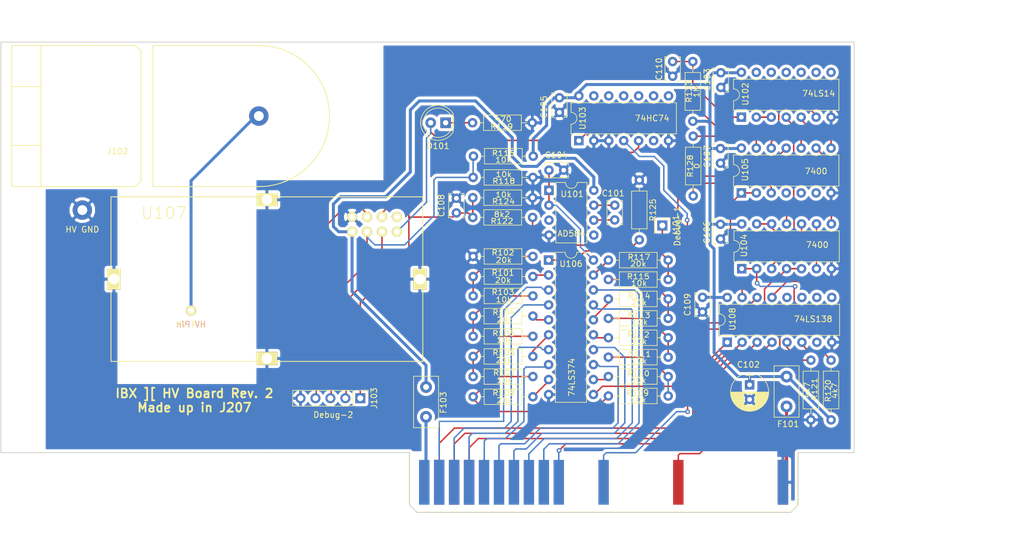
<source format=kicad_pcb>
(kicad_pcb (version 4) (host pcbnew 4.0.7)
  (title_block (title "IBX ][ HV Board") (rev 1) (company "Princeton University"))
  (layers (0 F.Cu signal) (31 B.Cu signal) (34 B.Paste user) (35 F.Paste user) (36 B.SilkS user) (37 F.SilkS user) (38 B.Mask user) (39 F.Mask user) (44 Edge.Cuts user))
  (net 0 "")
  (net 1 GND)
  (net 2 "Net-(BUS101-Pad2)")
  (net 3 "Net-(BUS101-Pad3)")
  (net 4 "Net-(BUS101-Pad4)")
  (net 5 "Net-(BUS101-Pad18)")
  (net 6 "Net-(BUS101-Pad25)")
  (net 7 +12V)
  (net 8 /D0)
  (net 9 /D1)
  (net 10 /D2)
  (net 11 /D3)
  (net 12 /D4)
  (net 13 /D5)
  (net 14 /D6)
  (net 15 /D7)
  (net 16 "Net-(BUS101-Pad41)")
  (net 17 "Net-(BUS101-Pad38)")
  (net 18 "Net-(D101-Pad1)")
  (net 19 "Net-(D101-Pad2)")
  (net 20 +5V)
  (net 21 "Net-(J101-Pad1)")
  (net 22 "Net-(J102-Pad1)")
  (net 23 "Net-(R101-Pad1)")
  (net 24 "Net-(R101-Pad2)")
  (net 25 "Net-(R103-Pad2)")
  (net 26 "Net-(R104-Pad2)")
  (net 27 "Net-(R105-Pad2)")
  (net 28 "Net-(R106-Pad2)")
  (net 29 "Net-(R107-Pad2)")
  (net 30 "Net-(R108-Pad2)")
  (net 31 "Net-(R109-Pad2)")
  (net 32 "Net-(R110-Pad2)")
  (net 33 "Net-(R111-Pad2)")
  (net 34 "Net-(R112-Pad2)")
  (net 35 "Net-(R113-Pad2)")
  (net 36 "Net-(R114-Pad2)")
  (net 37 "Net-(R117-Pad2)")
  (net 38 "Net-(R120-Pad1)")
  (net 39 "Net-(R121-Pad1)")
  (net 40 "Net-(U104-Pad12)")
  (net 41 "Net-(U104-Pad10)")
  (net 42 "Net-(U104-Pad11)")
  (net 43 "Net-(U105-Pad1)")
  (net 44 "Net-(U104-Pad6)")
  (net 45 "Net-(U105-Pad11)")
  (net 46 "Net-(BUS101-Pad50)")
  (net 47 "Net-(C101-Pad1)")
  (net 48 "Net-(C101-Pad2)")
  (net 49 "Net-(R128-Pad1)")
  (net 50 "Net-(R128-Pad2)")
  (net 51 "Net-(C104-Pad1)")
  (net 52 "Net-(J103-Pad2)")
  (net 53 "Net-(J103-Pad3)")
  (net 54 "Net-(J103-Pad4)")
  (net 55 "Net-(C108-Pad1)")
  (net 56 "Net-(C110-Pad1)")
  (net 57 "Net-(U102-Pad2)")
  (net 58 "Net-(U102-Pad4)")
  (net 59 "Net-(U102-Pad5)")
  (net 60 "Net-(U102-Pad6)")
  (net 61 "Net-(U103-Pad4)")
  (net 62 "Net-(U105-Pad9)")
  (net 63 "Net-(R125-Pad2)")
  (module Housings_DIP:DIP-14_W7.62mm (layer F.Cu) (at 190.627 86.614 90)
    (fp_text reference U105 (at 3.937 0.635 90) (layer F.SilkS))
    (fp_text value 7400 (at 3.683 12.7 180) (layer F.SilkS))
    (pad 1 thru_hole rect (at 0 0 90) (size 1.6 1.6) (drill 0.8) (layers *.Cu *.Mask) (net 43 "Net-(U105-Pad1)"))
    (pad 8 thru_hole oval (at 7.62 15.24 90) (size 1.6 1.6) (drill 0.8) (layers *.Cu *.Mask) (net 59 "Net-(U102-Pad5)"))
    (pad 2 thru_hole oval (at 0 2.54 90) (size 1.6 1.6) (drill 0.8) (layers *.Cu *.Mask) (net 43 "Net-(U105-Pad1)"))
    (pad 9 thru_hole oval (at 7.62 12.7 90) (size 1.6 1.6) (drill 0.8) (layers *.Cu *.Mask) (net 62 "Net-(U105-Pad9)"))
    (pad 3 thru_hole oval (at 0 5.08 90) (size 1.6 1.6) (drill 0.8) (layers *.Cu *.Mask) (net 50 "Net-(R128-Pad2)"))
    (pad 10 thru_hole oval (at 7.62 10.16 90) (size 1.6 1.6) (drill 0.8) (layers *.Cu *.Mask) (net 58 "Net-(U102-Pad4)"))
    (pad 4 thru_hole oval (at 0 7.62 90) (size 1.6 1.6) (drill 0.8) (layers *.Cu *.Mask))
    (pad 11 thru_hole oval (at 7.62 7.62 90) (size 1.6 1.6) (drill 0.8) (layers *.Cu *.Mask) (net 45 "Net-(U105-Pad11)"))
    (pad 5 thru_hole oval (at 0 10.16 90) (size 1.6 1.6) (drill 0.8) (layers *.Cu *.Mask))
    (pad 12 thru_hole oval (at 7.62 5.08 90) (size 1.6 1.6) (drill 0.8) (layers *.Cu *.Mask) (net 42 "Net-(U104-Pad11)"))
    (pad 6 thru_hole oval (at 0 12.7 90) (size 1.6 1.6) (drill 0.8) (layers *.Cu *.Mask))
    (pad 13 thru_hole oval (at 7.62 2.54 90) (size 1.6 1.6) (drill 0.8) (layers *.Cu *.Mask) (net 49 "Net-(R128-Pad1)"))
    (pad 7 thru_hole oval (at 0 15.24 90) (size 1.6 1.6) (drill 0.8) (layers *.Cu *.Mask) (net 1 GND))
    (pad 14 thru_hole oval (at 7.62 0 90) (size 1.6 1.6) (drill 0.8) (layers *.Cu *.Mask) (net 20 +5V))
  )
  (module Resistors_THT:R_Axial_DIN0207_L6.3mm_D2.5mm_P10.16mm_Horizontal (layer F.Cu) (at 145.034 110.998)
    (fp_text reference R105 (at 5.207 -0.508) (layer F.SilkS) (effects (font (size 0.9 1))))
    (fp_text value 10k (at 5.334 0.635) (layer F.SilkS) (effects (font (size 0.9 1))))
    (pad 1 thru_hole circle (at 0 0) (size 1.6 1.6) (drill 0.8) (layers *.Cu *.Mask) (net 25 "Net-(R103-Pad2)"))
    (pad 2 thru_hole oval (at 10.16 0) (size 1.6 1.6) (drill 0.8) (layers *.Cu *.Mask) (net 27 "Net-(R105-Pad2)"))
  )
  (module LEDs:LED_D5.0mm (layer F.Cu) (at 140.3604 74.676 180)
    (fp_text reference D101 (at 1.27 -3.96 180) (layer F.SilkS))
    (fp_text value LED)
    (pad 1 thru_hole rect (at 0 0 180) (size 1.8 1.8) (drill 0.9) (layers *.Cu *.Mask) (net 18 "Net-(D101-Pad1)"))
    (pad 2 thru_hole circle (at 2.54 0 180) (size 1.8 1.8) (drill 0.9) (layers *.Cu *.Mask) (net 19 "Net-(D101-Pad2)"))
  )
  (module Fuse_Holders_and_Fuses:Fuse_TE5_Littlefuse-395Series (layer F.Cu) (at 198.3105 117.856 270)
    (fp_text reference F101 (at 8.0772 -0.2667 360) (layer F.SilkS))
    (fp_text value Polyfuse_Small)
    (pad 1 thru_hole circle (at 0 0 270) (size 2 2) (drill 1) (layers *.Cu *.Mask) (net 20 +5V))
    (pad 2 thru_hole circle (at 5.08 0.01 270) (size 2 2) (drill 1) (layers *.Cu *.Mask) (net 6 "Net-(BUS101-Pad25)"))
  )
  (module Resistors_THT:R_Axial_DIN0207_L6.3mm_D2.5mm_P10.16mm_Horizontal (layer F.Cu) (at 145.034 100.838)
    (fp_text reference R101 (at 5.08 -0.635) (layer F.SilkS))
    (fp_text value 20k (at 5.08 0.635) (layer F.SilkS) (effects (font (size 0.9 1))))
    (pad 1 thru_hole circle (at 0 0) (size 1.6 1.6) (drill 0.8) (layers *.Cu *.Mask) (net 23 "Net-(R101-Pad1)"))
    (pad 2 thru_hole oval (at 10.16 0) (size 1.6 1.6) (drill 0.8) (layers *.Cu *.Mask) (net 24 "Net-(R101-Pad2)"))
  )
  (module Resistors_THT:R_Axial_DIN0207_L6.3mm_D2.5mm_P10.16mm_Horizontal (layer F.Cu) (at 145.034 97.409)
    (fp_text reference R102 (at 5.08 -0.635) (layer F.SilkS) (effects (font (size 0.9 1))))
    (fp_text value 20k (at 5.207 0.635) (layer F.SilkS) (effects (font (size 0.9 1))))
    (pad 1 thru_hole circle (at 0 0) (size 1.6 1.6) (drill 0.8) (layers *.Cu *.Mask) (net 1 GND))
    (pad 2 thru_hole oval (at 10.16 0) (size 1.6 1.6) (drill 0.8) (layers *.Cu *.Mask) (net 23 "Net-(R101-Pad1)"))
  )
  (module Resistors_THT:R_Axial_DIN0207_L6.3mm_D2.5mm_P10.16mm_Horizontal (layer F.Cu) (at 145.034 104.14)
    (fp_text reference R103 (at 5.08 -0.635) (layer F.SilkS) (effects (font (size 0.9 1))))
    (fp_text value 10k (at 5.207 0.635) (layer F.SilkS) (effects (font (size 0.9 1))))
    (pad 1 thru_hole circle (at 0 0) (size 1.6 1.6) (drill 0.8) (layers *.Cu *.Mask) (net 23 "Net-(R101-Pad1)"))
    (pad 2 thru_hole oval (at 10.16 0) (size 1.6 1.6) (drill 0.8) (layers *.Cu *.Mask) (net 25 "Net-(R103-Pad2)"))
  )
  (module Resistors_THT:R_Axial_DIN0207_L6.3mm_D2.5mm_P10.16mm_Horizontal (layer F.Cu) (at 145.034 107.569)
    (fp_text reference R104 (at 5.207 -0.635) (layer F.SilkS) (effects (font (size 0.9 1))))
    (fp_text value 20k (at 5.334 0.635) (layer F.SilkS) (effects (font (size 0.9 1))))
    (pad 1 thru_hole circle (at 0 0) (size 1.6 1.6) (drill 0.8) (layers *.Cu *.Mask) (net 25 "Net-(R103-Pad2)"))
    (pad 2 thru_hole oval (at 10.16 0) (size 1.6 1.6) (drill 0.8) (layers *.Cu *.Mask) (net 26 "Net-(R104-Pad2)"))
  )
  (module Resistors_THT:R_Axial_DIN0207_L6.3mm_D2.5mm_P10.16mm_Horizontal (layer F.Cu) (at 145.034 114.427)
    (fp_text reference R106 (at 5.207 -0.635) (layer F.SilkS) (effects (font (size 0.9 1))))
    (fp_text value 20k (at 5.207 0.635) (layer F.SilkS) (effects (font (size 0.9 1))))
    (pad 1 thru_hole circle (at 0 0) (size 1.6 1.6) (drill 0.8) (layers *.Cu *.Mask) (net 27 "Net-(R105-Pad2)"))
    (pad 2 thru_hole oval (at 10.16 0) (size 1.6 1.6) (drill 0.8) (layers *.Cu *.Mask) (net 28 "Net-(R106-Pad2)"))
  )
  (module Resistors_THT:R_Axial_DIN0207_L6.3mm_D2.5mm_P10.16mm_Horizontal (layer F.Cu) (at 145.034 117.856)
    (fp_text reference R107 (at 5.334 -0.635) (layer F.SilkS) (effects (font (size 0.9 1))))
    (fp_text value 10k (at 5.334 0.635) (layer F.SilkS) (effects (font (size 0.9 1))))
    (pad 1 thru_hole circle (at 0 0) (size 1.6 1.6) (drill 0.8) (layers *.Cu *.Mask) (net 27 "Net-(R105-Pad2)"))
    (pad 2 thru_hole oval (at 10.16 0) (size 1.6 1.6) (drill 0.8) (layers *.Cu *.Mask) (net 29 "Net-(R107-Pad2)"))
  )
  (module Resistors_THT:R_Axial_DIN0207_L6.3mm_D2.5mm_P10.16mm_Horizontal (layer F.Cu) (at 145.034 121.285)
    (fp_text reference R108 (at 5.207 -0.635) (layer F.SilkS) (effects (font (size 0.9 1))))
    (fp_text value 20k (at 5.334 0.635) (layer F.SilkS) (effects (font (size 0.9 1))))
    (pad 1 thru_hole circle (at 0 0) (size 1.6 1.6) (drill 0.8) (layers *.Cu *.Mask) (net 29 "Net-(R107-Pad2)"))
    (pad 2 thru_hole oval (at 10.16 0) (size 1.6 1.6) (drill 0.8) (layers *.Cu *.Mask) (net 30 "Net-(R108-Pad2)"))
  )
  (module Resistors_THT:R_Axial_DIN0207_L6.3mm_D2.5mm_P10.16mm_Horizontal (layer F.Cu) (at 168.021 121.158)
    (fp_text reference R109 (at 4.953 -0.508) (layer F.SilkS))
    (fp_text value 10k (at 5.08 0.635) (layer F.SilkS) (effects (font (size 0.9 1))))
    (pad 1 thru_hole circle (at 0 0) (size 1.6 1.6) (drill 0.8) (layers *.Cu *.Mask) (net 29 "Net-(R107-Pad2)"))
    (pad 2 thru_hole oval (at 10.16 0) (size 1.6 1.6) (drill 0.8) (layers *.Cu *.Mask) (net 31 "Net-(R109-Pad2)"))
  )
  (module Resistors_THT:R_Axial_DIN0207_L6.3mm_D2.5mm_P10.16mm_Horizontal (layer F.Cu) (at 178.181 117.856 180)
    (fp_text reference R110 (at 5.08 0.508 180) (layer F.SilkS) (effects (font (size 0.9 1))))
    (fp_text value 20k (at 5.08 -0.635 180) (layer F.SilkS) (effects (font (size 0.9 1))))
    (pad 1 thru_hole circle (at 0 0 180) (size 1.6 1.6) (drill 0.8) (layers *.Cu *.Mask) (net 31 "Net-(R109-Pad2)"))
    (pad 2 thru_hole oval (at 10.16 0 180) (size 1.6 1.6) (drill 0.8) (layers *.Cu *.Mask) (net 32 "Net-(R110-Pad2)"))
  )
  (module Resistors_THT:R_Axial_DIN0207_L6.3mm_D2.5mm_P10.16mm_Horizontal (layer F.Cu) (at 168.021 114.554)
    (fp_text reference R111 (at 5.334 -0.508) (layer F.SilkS) (effects (font (size 0.9 1))))
    (fp_text value 10k (at 5.207 0.635) (layer F.SilkS) (effects (font (size 0.9 1))))
    (pad 1 thru_hole circle (at 0 0) (size 1.6 1.6) (drill 0.8) (layers *.Cu *.Mask) (net 31 "Net-(R109-Pad2)"))
    (pad 2 thru_hole oval (at 10.16 0) (size 1.6 1.6) (drill 0.8) (layers *.Cu *.Mask) (net 33 "Net-(R111-Pad2)"))
  )
  (module Resistors_THT:R_Axial_DIN0207_L6.3mm_D2.5mm_P10.16mm_Horizontal (layer F.Cu) (at 178.181 111.252 180)
    (fp_text reference R112 (at 5.08 0.508 180) (layer F.SilkS) (effects (font (size 0.9 1))))
    (fp_text value 20k (at 4.953 -0.635 180) (layer F.SilkS) (effects (font (size 0.9 1))))
    (pad 1 thru_hole circle (at 0 0 180) (size 1.6 1.6) (drill 0.8) (layers *.Cu *.Mask) (net 33 "Net-(R111-Pad2)"))
    (pad 2 thru_hole oval (at 10.16 0 180) (size 1.6 1.6) (drill 0.8) (layers *.Cu *.Mask) (net 34 "Net-(R112-Pad2)"))
  )
  (module Resistors_THT:R_Axial_DIN0207_L6.3mm_D2.5mm_P10.16mm_Horizontal (layer F.Cu) (at 168.021 107.95)
    (fp_text reference R113 (at 5.207 -0.508) (layer F.SilkS) (effects (font (size 0.9 1))))
    (fp_text value 10k (at 5.334 0.635) (layer F.SilkS) (effects (font (size 0.9 1))))
    (pad 1 thru_hole circle (at 0 0) (size 1.6 1.6) (drill 0.8) (layers *.Cu *.Mask) (net 33 "Net-(R111-Pad2)"))
    (pad 2 thru_hole oval (at 10.16 0) (size 1.6 1.6) (drill 0.8) (layers *.Cu *.Mask) (net 35 "Net-(R113-Pad2)"))
  )
  (module Resistors_THT:R_Axial_DIN0207_L6.3mm_D2.5mm_P10.16mm_Horizontal (layer F.Cu) (at 178.181 104.648 180)
    (fp_text reference R114 (at 4.953 0.508 180) (layer F.SilkS))
    (fp_text value 20k (at 4.953 -0.635 180) (layer F.SilkS) (effects (font (size 0.9 1))))
    (pad 1 thru_hole circle (at 0 0 180) (size 1.6 1.6) (drill 0.8) (layers *.Cu *.Mask) (net 35 "Net-(R113-Pad2)"))
    (pad 2 thru_hole oval (at 10.16 0 180) (size 1.6 1.6) (drill 0.8) (layers *.Cu *.Mask) (net 36 "Net-(R114-Pad2)"))
  )
  (module Resistors_THT:R_Axial_DIN0207_L6.3mm_D2.5mm_P10.16mm_Horizontal (layer F.Cu) (at 168.021 101.346)
    (fp_text reference R115 (at 5.08 -0.508) (layer F.SilkS) (effects (font (size 0.9 1))))
    (fp_text value 10k (at 5.207 0.635) (layer F.SilkS) (effects (font (size 0.9 1))))
    (pad 1 thru_hole circle (at 0 0) (size 1.6 1.6) (drill 0.8) (layers *.Cu *.Mask) (net 35 "Net-(R113-Pad2)"))
    (pad 2 thru_hole oval (at 10.16 0) (size 1.6 1.6) (drill 0.8) (layers *.Cu *.Mask) (net 21 "Net-(J101-Pad1)"))
  )
  (module Resistors_THT:R_Axial_DIN0207_L6.3mm_D2.5mm_P10.16mm_Horizontal (layer F.Cu) (at 155.2448 80.3656 180)
    (fp_text reference R116 (at 5.08 0.508 180) (layer F.SilkS) (effects (font (size 0.9 1))))
    (fp_text value 10k (at 5.08 -0.635 180) (layer F.SilkS) (effects (font (size 0.9 1))))
    (pad 1 thru_hole circle (at 0 0 180) (size 1.6 1.6) (drill 0.8) (layers *.Cu *.Mask) (net 20 +5V))
    (pad 2 thru_hole oval (at 10.16 0 180) (size 1.6 1.6) (drill 0.8) (layers *.Cu *.Mask) (net 53 "Net-(J103-Pad3)"))
  )
  (module Resistors_THT:R_Axial_DIN0207_L6.3mm_D2.5mm_P10.16mm_Horizontal (layer F.Cu) (at 178.181 98.044 180)
    (fp_text reference R117 (at 4.953 0.508 180) (layer F.SilkS) (effects (font (size 0.9 1))))
    (fp_text value 20k (at 5.08 -0.635 180) (layer F.SilkS) (effects (font (size 0.9 1))))
    (pad 1 thru_hole circle (at 0 0 180) (size 1.6 1.6) (drill 0.8) (layers *.Cu *.Mask) (net 21 "Net-(J101-Pad1)"))
    (pad 2 thru_hole oval (at 10.16 0 180) (size 1.6 1.6) (drill 0.8) (layers *.Cu *.Mask) (net 37 "Net-(R117-Pad2)"))
  )
  (module Resistors_THT:R_Axial_DIN0207_L6.3mm_D2.5mm_P10.16mm_Horizontal (layer F.Cu) (at 145.034 83.9724)
    (fp_text reference R118 (at 5.207 0.635) (layer F.SilkS) (effects (font (size 0.9 1))))
    (fp_text value 10k (at 5.207 -0.508) (layer F.SilkS) (effects (font (size 0.9 1))))
    (pad 1 thru_hole circle (at 0 0) (size 1.6 1.6) (drill 0.8) (layers *.Cu *.Mask) (net 53 "Net-(J103-Pad3)"))
    (pad 2 thru_hole oval (at 10.16 0) (size 1.6 1.6) (drill 0.8) (layers *.Cu *.Mask) (net 1 GND))
  )
  (module Resistors_THT:R_Axial_DIN0207_L6.3mm_D2.5mm_P10.16mm_Horizontal (layer F.Cu) (at 144.9324 74.676)
    (fp_text reference R119 (at 4.953 0.635) (layer F.SilkS) (effects (font (size 0.9 1))))
    (fp_text value 470 (at 5.207 -0.635) (layer F.SilkS) (effects (font (size 0.9 1))))
    (pad 1 thru_hole circle (at 0 0) (size 1.6 1.6) (drill 0.8) (layers *.Cu *.Mask) (net 18 "Net-(D101-Pad1)"))
    (pad 2 thru_hole oval (at 10.16 0) (size 1.6 1.6) (drill 0.8) (layers *.Cu *.Mask) (net 1 GND))
  )
  (module Resistors_THT:R_Axial_DIN0207_L6.3mm_D2.5mm_P10.16mm_Horizontal (layer F.Cu) (at 205.867 115.062 270)
    (fp_text reference R120 (at 5.207 0.508 270) (layer F.SilkS) (effects (font (size 0.9 1))))
    (fp_text value 4k7 (at 5.207 -0.635 270) (layer F.SilkS) (effects (font (size 0.9 1))))
    (pad 1 thru_hole circle (at 0 0 270) (size 1.6 1.6) (drill 0.8) (layers *.Cu *.Mask) (net 38 "Net-(R120-Pad1)"))
    (pad 2 thru_hole oval (at 10.16 0 270) (size 1.6 1.6) (drill 0.8) (layers *.Cu *.Mask) (net 20 +5V))
  )
  (module Resistors_THT:R_Axial_DIN0207_L6.3mm_D2.5mm_P10.16mm_Horizontal (layer F.Cu) (at 202.438 115.062 270)
    (fp_text reference R121 (at 4.953 -0.635 270) (layer F.SilkS) (effects (font (size 0.9 1))))
    (fp_text value 4k7 (at 5.08 0.635 270) (layer F.SilkS) (effects (font (size 0.9 1))))
    (pad 1 thru_hole circle (at 0 0 270) (size 1.6 1.6) (drill 0.8) (layers *.Cu *.Mask) (net 39 "Net-(R121-Pad1)"))
    (pad 2 thru_hole oval (at 10.16 0 270) (size 1.6 1.6) (drill 0.8) (layers *.Cu *.Mask) (net 1 GND))
  )
  (module ibxlib:CHV-rev2 (layer F.Cu) (at 132.08 90.678)
    (fp_text reference U107 (at -39.5986 -0.635) (layer F.SilkS) (effects (font (size 2 2))))
    (fp_text value CHV)
    (fp_text user "HV Pin" (at -34.9758 18.3134) (layer B.SilkS) (effects (justify mirror)))
    (fp_text user "HV Pin" (at -35.0774 18.3134) (layer F.SilkS))
    (pad 2 thru_hole circle (at 0 0 180) (size 1.7272 1.7272) (drill 1.016) (layers *.Cu *.Mask F.SilkS))
    (pad 4 thru_hole circle (at -2.54 0 180) (size 1.727 1.727) (drill 1.016) (layers *.Cu *.Mask F.SilkS) (net 55 "Net-(C108-Pad1)"))
    (pad 6 thru_hole circle (at -5.08 0 180) (size 1.727 1.727) (drill 1.016) (layers *.Cu *.Mask F.SilkS) (net 54 "Net-(J103-Pad4)"))
    (pad 8 thru_hole circle (at -7.62 0 180) (size 1.7272 1.7272) (drill 1.016) (layers *.Cu *.Mask F.SilkS) (net 1 GND))
    (pad 1 thru_hole circle (at 0 2.54 180) (size 1.727 1.727) (drill 1.016) (layers *.Cu *.Mask F.SilkS) (net 19 "Net-(D101-Pad2)"))
    (pad 3 thru_hole circle (at -2.54 2.54 180) (size 1.727 1.727) (drill 1.016) (layers *.Cu *.Mask F.SilkS) (net 52 "Net-(J103-Pad2)"))
    (pad 5 thru_hole circle (at -5.08 2.54 180) (size 1.727 1.727) (drill 1.016) (layers *.Cu *.Mask F.SilkS) (net 53 "Net-(J103-Pad3)"))
    (pad 7 thru_hole circle (at -7.62 2.54 180) (size 1.727 1.727) (drill 1.016) (layers *.Cu *.Mask F.SilkS) (net 7 +12V))
    (pad 9 thru_hole circle (at -34.99 15.94 180) (size 1.727 1.727) (drill 1.016) (layers *.Cu *.Mask F.SilkS) (net 22 "Net-(J102-Pad1)"))
    (pad S4 thru_hole trapezoid (at -22.1 -2.9 180) (size 3.5 2.2) (drill 1.8) (layers *.Cu *.Mask F.SilkS) (net 1 GND))
    (pad S3 thru_hole trapezoid (at -22.1 24.1 180) (size 3.5 2.2) (drill 1.8) (layers *.Cu *.Mask F.SilkS) (net 1 GND))
    (pad S2 thru_hole rect (at 3.9 10.6 180) (size 2.2 3.5) (drill 1.8) (layers *.Cu *.Mask F.SilkS) (net 1 GND))
    (pad S1 thru_hole rect (at -48.1 10.6 180) (size 2.2 3.5) (drill 1.8) (layers *.Cu *.Mask F.SilkS) (net 1 GND))
  )
  (module Capacitors_THT:C_Rect_L4.0mm_W2.5mm_P2.50mm (layer F.Cu) (at 169.1005 88.7095 270)
    (fp_text reference C101 (at -2.032 0.254 360) (layer F.SilkS))
    (fp_text value 0.1µF)
    (pad 1 thru_hole circle (at 0 0 270) (size 1.6 1.6) (drill 0.8) (layers *.Cu *.Mask) (net 47 "Net-(C101-Pad1)"))
    (pad 2 thru_hole circle (at 2.5 0 270) (size 1.6 1.6) (drill 0.8) (layers *.Cu *.Mask) (net 48 "Net-(C101-Pad2)"))
  )
  (module Fuse_Holders_and_Fuses:Fuse_TE5_Littlefuse-395Series (layer F.Cu) (at 137.033 119.634 270)
    (fp_text reference F103 (at 2.65 -2.95 270) (layer F.SilkS))
    (fp_text value Polyfuse_Small)
    (pad 1 thru_hole circle (at 0 0 270) (size 2 2) (drill 1) (layers *.Cu *.Mask) (net 7 +12V))
    (pad 2 thru_hole circle (at 5.08 0.01 270) (size 2 2) (drill 1) (layers *.Cu *.Mask) (net 46 "Net-(BUS101-Pad50)"))
  )
  (module Resistors_THT:R_Axial_DIN0207_L6.3mm_D2.5mm_P10.16mm_Horizontal (layer F.Cu) (at 155.1432 90.7796 180)
    (fp_text reference R122 (at 5.207 -0.635 180) (layer F.SilkS) (effects (font (size 0.9 1))))
    (fp_text value 8k2 (at 5.207 0.508 180) (layer F.SilkS) (effects (font (size 0.9 1))))
    (pad 1 thru_hole circle (at 0 0 180) (size 1.6 1.6) (drill 0.8) (layers *.Cu *.Mask) (net 21 "Net-(J101-Pad1)"))
    (pad 2 thru_hole oval (at 10.16 0 180) (size 1.6 1.6) (drill 0.8) (layers *.Cu *.Mask) (net 55 "Net-(C108-Pad1)"))
  )
  (module Resistors_THT:R_Axial_DIN0207_L6.3mm_D2.5mm_P10.16mm_Horizontal (layer F.Cu) (at 182.372 64.262 270)
    (fp_text reference R123 (at 5.08 0.635 270) (layer F.SilkS) (effects (font (size 0.9 1))))
    (fp_text value 1M (at 5.08 -0.635 270) (layer F.SilkS) (effects (font (size 0.9 1))))
    (pad 1 thru_hole circle (at 0 0 270) (size 1.6 1.6) (drill 0.8) (layers *.Cu *.Mask) (net 56 "Net-(C110-Pad1)"))
    (pad 2 thru_hole oval (at 10.16 0 270) (size 1.6 1.6) (drill 0.8) (layers *.Cu *.Mask) (net 20 +5V))
  )
  (module Resistors_THT:R_Axial_DIN0207_L6.3mm_D2.5mm_P10.16mm_Horizontal (layer F.Cu) (at 144.9832 87.4268)
    (fp_text reference R124 (at 5.207 0.635) (layer F.SilkS) (effects (font (size 0.9 1))))
    (fp_text value 10k (at 5.207 -0.508) (layer F.SilkS) (effects (font (size 0.9 1))))
    (pad 1 thru_hole circle (at 0 0) (size 1.6 1.6) (drill 0.8) (layers *.Cu *.Mask) (net 55 "Net-(C108-Pad1)"))
    (pad 2 thru_hole oval (at 10.16 0) (size 1.6 1.6) (drill 0.8) (layers *.Cu *.Mask) (net 1 GND))
  )
  (module Resistors_THT:R_Axial_DIN0207_L6.3mm_D2.5mm_P10.16mm_Horizontal (layer F.Cu) (at 182.4355 76.962 270)
    (fp_text reference R128 (at 5.08 0.508 270) (layer F.SilkS) (effects (font (size 0.9 1))))
    (fp_text value 0 (at 5.08 -0.635 270) (layer F.SilkS) (effects (font (size 0.9 1))))
    (pad 1 thru_hole circle (at 0 0 270) (size 1.6 1.6) (drill 0.8) (layers *.Cu *.Mask) (net 49 "Net-(R128-Pad1)"))
    (pad 2 thru_hole oval (at 10.16 0 270) (size 1.6 1.6) (drill 0.8) (layers *.Cu *.Mask) (net 50 "Net-(R128-Pad2)"))
  )
  (module Housings_DIP:DIP-8_W7.62mm (layer F.Cu) (at 157.9245 86.1695)
    (fp_text reference U101 (at 3.937 0.635) (layer F.SilkS))
    (fp_text value AD584 (at 3.81 7.366) (layer F.SilkS))
    (pad 1 thru_hole rect (at 0 0) (size 1.6 1.6) (drill 0.8) (layers *.Cu *.Mask) (net 51 "Net-(C104-Pad1)"))
    (pad 5 thru_hole oval (at 7.62 7.62) (size 1.6 1.6) (drill 0.8) (layers *.Cu *.Mask))
    (pad 2 thru_hole oval (at 0 2.54) (size 1.6 1.6) (drill 0.8) (layers *.Cu *.Mask) (net 51 "Net-(C104-Pad1)"))
    (pad 6 thru_hole oval (at 7.62 5.08) (size 1.6 1.6) (drill 0.8) (layers *.Cu *.Mask) (net 48 "Net-(C101-Pad2)"))
    (pad 3 thru_hole oval (at 0 5.08) (size 1.6 1.6) (drill 0.8) (layers *.Cu *.Mask))
    (pad 7 thru_hole oval (at 7.62 2.54) (size 1.6 1.6) (drill 0.8) (layers *.Cu *.Mask) (net 47 "Net-(C101-Pad1)"))
    (pad 4 thru_hole oval (at 0 7.62) (size 1.6 1.6) (drill 0.8) (layers *.Cu *.Mask) (net 1 GND))
    (pad 8 thru_hole oval (at 7.62 0) (size 1.6 1.6) (drill 0.8) (layers *.Cu *.Mask) (net 7 +12V))
  )
  (module Housings_DIP:DIP-14_W7.62mm (layer F.Cu) (at 163.0045 77.724 90)
    (fp_text reference U103 (at 3.81 0.635 90) (layer F.SilkS))
    (fp_text value 74HC74 (at 3.81 12.446 180) (layer F.SilkS))
    (pad 1 thru_hole rect (at 0 0 90) (size 1.6 1.6) (drill 0.8) (layers *.Cu *.Mask) (net 60 "Net-(U102-Pad6)"))
    (pad 8 thru_hole oval (at 7.62 15.24 90) (size 1.6 1.6) (drill 0.8) (layers *.Cu *.Mask))
    (pad 2 thru_hole oval (at 0 2.54 90) (size 1.6 1.6) (drill 0.8) (layers *.Cu *.Mask) (net 1 GND))
    (pad 9 thru_hole oval (at 7.62 12.7 90) (size 1.6 1.6) (drill 0.8) (layers *.Cu *.Mask))
    (pad 3 thru_hole oval (at 0 5.08 90) (size 1.6 1.6) (drill 0.8) (layers *.Cu *.Mask) (net 1 GND))
    (pad 10 thru_hole oval (at 7.62 10.16 90) (size 1.6 1.6) (drill 0.8) (layers *.Cu *.Mask))
    (pad 4 thru_hole oval (at 0 7.62 90) (size 1.6 1.6) (drill 0.8) (layers *.Cu *.Mask) (net 61 "Net-(U103-Pad4)"))
    (pad 11 thru_hole oval (at 7.62 7.62 90) (size 1.6 1.6) (drill 0.8) (layers *.Cu *.Mask))
    (pad 5 thru_hole oval (at 0 10.16 90) (size 1.6 1.6) (drill 0.8) (layers *.Cu *.Mask) (net 19 "Net-(D101-Pad2)"))
    (pad 12 thru_hole oval (at 7.62 5.08 90) (size 1.6 1.6) (drill 0.8) (layers *.Cu *.Mask))
    (pad 6 thru_hole oval (at 0 12.7 90) (size 1.6 1.6) (drill 0.8) (layers *.Cu *.Mask))
    (pad 13 thru_hole oval (at 7.62 2.54 90) (size 1.6 1.6) (drill 0.8) (layers *.Cu *.Mask))
    (pad 7 thru_hole oval (at 0 15.24 90) (size 1.6 1.6) (drill 0.8) (layers *.Cu *.Mask) (net 1 GND))
    (pad 14 thru_hole oval (at 7.62 0 90) (size 1.6 1.6) (drill 0.8) (layers *.Cu *.Mask) (net 20 +5V))
  )
  (module Housings_DIP:DIP-14_W7.62mm (layer F.Cu) (at 190.6905 99.5045 90)
    (fp_text reference U104 (at 3.937 0.381 90) (layer F.SilkS))
    (fp_text value 7400 (at 4.064 12.827 180) (layer F.SilkS))
    (pad 1 thru_hole rect (at 0 0 90) (size 1.6 1.6) (drill 0.8) (layers *.Cu *.Mask) (net 5 "Net-(BUS101-Pad18)"))
    (pad 8 thru_hole oval (at 7.62 15.24 90) (size 1.6 1.6) (drill 0.8) (layers *.Cu *.Mask) (net 40 "Net-(U104-Pad12)"))
    (pad 2 thru_hole oval (at 0 2.54 90) (size 1.6 1.6) (drill 0.8) (layers *.Cu *.Mask) (net 5 "Net-(BUS101-Pad18)"))
    (pad 9 thru_hole oval (at 7.62 12.7 90) (size 1.6 1.6) (drill 0.8) (layers *.Cu *.Mask) (net 44 "Net-(U104-Pad6)"))
    (pad 3 thru_hole oval (at 0 5.08 90) (size 1.6 1.6) (drill 0.8) (layers *.Cu *.Mask) (net 41 "Net-(U104-Pad10)"))
    (pad 10 thru_hole oval (at 7.62 10.16 90) (size 1.6 1.6) (drill 0.8) (layers *.Cu *.Mask) (net 41 "Net-(U104-Pad10)"))
    (pad 4 thru_hole oval (at 0 7.62 90) (size 1.6 1.6) (drill 0.8) (layers *.Cu *.Mask) (net 17 "Net-(BUS101-Pad38)"))
    (pad 11 thru_hole oval (at 7.62 7.62 90) (size 1.6 1.6) (drill 0.8) (layers *.Cu *.Mask) (net 42 "Net-(U104-Pad11)"))
    (pad 5 thru_hole oval (at 0 10.16 90) (size 1.6 1.6) (drill 0.8) (layers *.Cu *.Mask) (net 17 "Net-(BUS101-Pad38)"))
    (pad 12 thru_hole oval (at 7.62 5.08 90) (size 1.6 1.6) (drill 0.8) (layers *.Cu *.Mask) (net 40 "Net-(U104-Pad12)"))
    (pad 6 thru_hole oval (at 0 12.7 90) (size 1.6 1.6) (drill 0.8) (layers *.Cu *.Mask) (net 44 "Net-(U104-Pad6)"))
    (pad 13 thru_hole oval (at 7.62 2.54 90) (size 1.6 1.6) (drill 0.8) (layers *.Cu *.Mask) (net 40 "Net-(U104-Pad12)"))
    (pad 7 thru_hole oval (at 0 15.24 90) (size 1.6 1.6) (drill 0.8) (layers *.Cu *.Mask) (net 1 GND))
    (pad 14 thru_hole oval (at 7.62 0 90) (size 1.6 1.6) (drill 0.8) (layers *.Cu *.Mask) (net 20 +5V))
  )
  (module Housings_DIP:DIP-20_W7.62mm (layer F.Cu) (at 157.861 98.044)
    (fp_text reference U106 (at 3.81 0.635) (layer F.SilkS))
    (fp_text value 74LS374 (at 3.937 19.939 90) (layer F.SilkS))
    (pad 1 thru_hole rect (at 0 0) (size 1.6 1.6) (drill 0.8) (layers *.Cu *.Mask) (net 63 "Net-(R125-Pad2)"))
    (pad 11 thru_hole oval (at 7.62 22.86) (size 1.6 1.6) (drill 0.8) (layers *.Cu *.Mask) (net 45 "Net-(U105-Pad11)"))
    (pad 2 thru_hole oval (at 0 2.54) (size 1.6 1.6) (drill 0.8) (layers *.Cu *.Mask) (net 24 "Net-(R101-Pad2)"))
    (pad 12 thru_hole oval (at 7.62 20.32) (size 1.6 1.6) (drill 0.8) (layers *.Cu *.Mask) (net 32 "Net-(R110-Pad2)"))
    (pad 3 thru_hole oval (at 0 5.08) (size 1.6 1.6) (drill 0.8) (layers *.Cu *.Mask) (net 8 /D0))
    (pad 13 thru_hole oval (at 7.62 17.78) (size 1.6 1.6) (drill 0.8) (layers *.Cu *.Mask) (net 12 /D4))
    (pad 4 thru_hole oval (at 0 7.62) (size 1.6 1.6) (drill 0.8) (layers *.Cu *.Mask) (net 9 /D1))
    (pad 14 thru_hole oval (at 7.62 15.24) (size 1.6 1.6) (drill 0.8) (layers *.Cu *.Mask) (net 13 /D5))
    (pad 5 thru_hole oval (at 0 10.16) (size 1.6 1.6) (drill 0.8) (layers *.Cu *.Mask) (net 26 "Net-(R104-Pad2)"))
    (pad 15 thru_hole oval (at 7.62 12.7) (size 1.6 1.6) (drill 0.8) (layers *.Cu *.Mask) (net 34 "Net-(R112-Pad2)"))
    (pad 6 thru_hole oval (at 0 12.7) (size 1.6 1.6) (drill 0.8) (layers *.Cu *.Mask) (net 28 "Net-(R106-Pad2)"))
    (pad 16 thru_hole oval (at 7.62 10.16) (size 1.6 1.6) (drill 0.8) (layers *.Cu *.Mask) (net 36 "Net-(R114-Pad2)"))
    (pad 7 thru_hole oval (at 0 15.24) (size 1.6 1.6) (drill 0.8) (layers *.Cu *.Mask) (net 10 /D2))
    (pad 17 thru_hole oval (at 7.62 7.62) (size 1.6 1.6) (drill 0.8) (layers *.Cu *.Mask) (net 14 /D6))
    (pad 8 thru_hole oval (at 0 17.78) (size 1.6 1.6) (drill 0.8) (layers *.Cu *.Mask) (net 11 /D3))
    (pad 18 thru_hole oval (at 7.62 5.08) (size 1.6 1.6) (drill 0.8) (layers *.Cu *.Mask) (net 15 /D7))
    (pad 9 thru_hole oval (at 0 20.32) (size 1.6 1.6) (drill 0.8) (layers *.Cu *.Mask) (net 30 "Net-(R108-Pad2)"))
    (pad 19 thru_hole oval (at 7.62 2.54) (size 1.6 1.6) (drill 0.8) (layers *.Cu *.Mask) (net 37 "Net-(R117-Pad2)"))
    (pad 10 thru_hole oval (at 0 22.86) (size 1.6 1.6) (drill 0.8) (layers *.Cu *.Mask) (net 1 GND))
    (pad 20 thru_hole oval (at 7.62 0) (size 1.6 1.6) (drill 0.8) (layers *.Cu *.Mask) (net 51 "Net-(C104-Pad1)"))
  )
  (module Housings_DIP:DIP-16_W7.62mm (layer F.Cu) (at 188.214 112.014 90)
    (fp_text reference U108 (at 3.937 0.889 90) (layer F.SilkS))
    (fp_text value 74LS138 (at 3.937 14.605 180) (layer F.SilkS))
    (pad 1 thru_hole rect (at 0 0 90) (size 1.6 1.6) (drill 0.8) (layers *.Cu *.Mask) (net 2 "Net-(BUS101-Pad2)"))
    (pad 9 thru_hole oval (at 7.62 17.78 90) (size 1.6 1.6) (drill 0.8) (layers *.Cu *.Mask))
    (pad 2 thru_hole oval (at 0 2.54 90) (size 1.6 1.6) (drill 0.8) (layers *.Cu *.Mask) (net 3 "Net-(BUS101-Pad3)"))
    (pad 10 thru_hole oval (at 7.62 15.24 90) (size 1.6 1.6) (drill 0.8) (layers *.Cu *.Mask))
    (pad 3 thru_hole oval (at 0 5.08 90) (size 1.6 1.6) (drill 0.8) (layers *.Cu *.Mask) (net 4 "Net-(BUS101-Pad4)"))
    (pad 11 thru_hole oval (at 7.62 12.7 90) (size 1.6 1.6) (drill 0.8) (layers *.Cu *.Mask))
    (pad 4 thru_hole oval (at 0 7.62 90) (size 1.6 1.6) (drill 0.8) (layers *.Cu *.Mask) (net 16 "Net-(BUS101-Pad41)"))
    (pad 12 thru_hole oval (at 7.62 10.16 90) (size 1.6 1.6) (drill 0.8) (layers *.Cu *.Mask))
    (pad 5 thru_hole oval (at 0 10.16 90) (size 1.6 1.6) (drill 0.8) (layers *.Cu *.Mask) (net 39 "Net-(R121-Pad1)"))
    (pad 13 thru_hole oval (at 7.62 7.62 90) (size 1.6 1.6) (drill 0.8) (layers *.Cu *.Mask) (net 62 "Net-(U105-Pad9)"))
    (pad 6 thru_hole oval (at 0 12.7 90) (size 1.6 1.6) (drill 0.8) (layers *.Cu *.Mask) (net 38 "Net-(R120-Pad1)"))
    (pad 14 thru_hole oval (at 7.62 5.08 90) (size 1.6 1.6) (drill 0.8) (layers *.Cu *.Mask) (net 61 "Net-(U103-Pad4)"))
    (pad 7 thru_hole oval (at 0 15.24 90) (size 1.6 1.6) (drill 0.8) (layers *.Cu *.Mask))
    (pad 15 thru_hole oval (at 7.62 2.54 90) (size 1.6 1.6) (drill 0.8) (layers *.Cu *.Mask) (net 43 "Net-(U105-Pad1)"))
    (pad 8 thru_hole oval (at 0 17.78 90) (size 1.6 1.6) (drill 0.8) (layers *.Cu *.Mask) (net 1 GND))
    (pad 16 thru_hole oval (at 7.62 0 90) (size 1.6 1.6) (drill 0.8) (layers *.Cu *.Mask) (net 20 +5V))
  )
  (module Apple2_bus:BUS_A2 (layer F.Cu) (at 159.5882 135.8392)
    (fp_text reference BUS101 hide)
    (fp_text value A2_BUS)
    (pad 2 connect rect (at -20.32 0 180) (size 1.778 7.62) (layers F.Cu F.Mask) (net 2 "Net-(BUS101-Pad2)"))
    (pad 3 connect rect (at -17.78 0 180) (size 1.778 7.62) (layers F.Cu F.Mask) (net 3 "Net-(BUS101-Pad3)"))
    (pad 4 connect rect (at -15.24 0 180) (size 1.778 7.62) (layers F.Cu F.Mask) (net 4 "Net-(BUS101-Pad4)"))
    (pad 18 connect rect (at 20.32 0 180) (size 1.778 7.62) (layers F.Cu F.Mask) (net 5 "Net-(BUS101-Pad18)"))
    (pad 25 connect rect (at 38.1 0 180) (size 1.778 7.62) (layers F.Cu F.Mask) (net 6 "Net-(BUS101-Pad25)"))
    (pad 50 connect rect (at -22.86 0 180) (size 1.778 7.62) (layers B.Cu B.Mask) (net 46 "Net-(BUS101-Pad50)"))
    (pad 49 connect rect (at -20.32 0 180) (size 1.778 7.62) (layers B.Cu B.Mask) (net 8 /D0))
    (pad 48 connect rect (at -17.78 0 180) (size 1.778 7.62) (layers B.Cu B.Mask) (net 9 /D1))
    (pad 47 connect rect (at -15.24 0 180) (size 1.778 7.62) (layers B.Cu B.Mask) (net 10 /D2))
    (pad 46 connect rect (at -12.7 0 180) (size 1.778 7.62) (layers B.Cu B.Mask) (net 11 /D3))
    (pad 45 connect rect (at -10.16 0 180) (size 1.778 7.62) (layers B.Cu B.Mask) (net 12 /D4))
    (pad 44 connect rect (at -7.62 0 180) (size 1.778 7.62) (layers B.Cu B.Mask) (net 13 /D5))
    (pad 43 connect rect (at -5.08 0 180) (size 1.778 7.62) (layers B.Cu B.Mask) (net 14 /D6))
    (pad 42 connect rect (at -2.54 0 180) (size 1.778 7.62) (layers B.Cu B.Mask) (net 15 /D7))
    (pad 41 connect rect (at 0 0 180) (size 1.778 7.62) (layers B.Cu B.Mask) (net 16 "Net-(BUS101-Pad41)"))
    (pad 38 connect rect (at 7.62 0 180) (size 1.778 7.62) (layers B.Cu B.Mask) (net 17 "Net-(BUS101-Pad38)"))
    (pad 26 connect rect (at 38.1 0 180) (size 1.778 7.62) (layers B.Cu B.Mask) (net 1 GND))
  )
  (module Socket_Strips:Socket_Strip_Straight_1x01_Pitch2.54mm (layer F.Cu) (at 177.1904 92.1512 270)
    (fp_text reference J101 (at 0 -2.33 270) (layer F.SilkS))
    (fp_text value Debug-1 (at 0.127 -2.54 270) (layer F.SilkS))
    (pad 1 thru_hole rect (at 0 0 270) (size 1.7 1.7) (drill 1) (layers *.Cu *.Mask) (net 21 "Net-(J101-Pad1)"))
  )
  (module ibxlib:HVConnector3D (layer F.Cu) (at 78.613 73.533)
    (fp_text reference J102 (at 6 6) (layer F.SilkS))
    (fp_text value HV)
    (fp_text user "HV GND" (at 0 19.304) (layer F.SilkS))
    (pad 1 thru_hole circle (at 30 0) (size 3.302 3.302) (drill 1.6764) (layers *.Cu *.Mask) (net 22 "Net-(J102-Pad1)"))
    (pad "" np_thru_hole circle (at 0 -6) (size 2.5 2.5) (drill 2.5) (layers *.Cu *.Mask))
    (pad "" np_thru_hole circle (at 0 6) (size 2.5 2.5) (drill 2.5) (layers *.Cu *.Mask))
    (pad 2 thru_hole circle (at 0 16) (size 3.302 3.302) (drill 1.6764) (layers *.Cu *.Mask) (net 1 GND))
  )
  (module Capacitors_THT:C_Rect_L4.0mm_W2.5mm_P2.50mm (layer F.Cu) (at 187.1345 66.167 270)
    (fp_text reference C103 (at 1.1938 2.3241 270) (layer F.SilkS))
    (fp_text value 0.1µF)
    (pad 1 thru_hole circle (at 0 0 270) (size 1.6 1.6) (drill 0.8) (layers *.Cu *.Mask) (net 20 +5V))
    (pad 2 thru_hole circle (at 2.5 0 270) (size 1.6 1.6) (drill 0.8) (layers *.Cu *.Mask) (net 1 GND))
  )
  (module Capacitors_THT:C_Rect_L4.0mm_W2.5mm_P2.50mm (layer F.Cu) (at 157.9245 82.7405)
    (fp_text reference C104 (at 1.25 -2.56) (layer F.SilkS))
    (fp_text value 2.2µF)
    (pad 1 thru_hole circle (at 0 0) (size 1.6 1.6) (drill 0.8) (layers *.Cu *.Mask) (net 51 "Net-(C104-Pad1)"))
    (pad 2 thru_hole circle (at 2.5 0) (size 1.6 1.6) (drill 0.8) (layers *.Cu *.Mask) (net 1 GND))
  )
  (module Capacitors_THT:C_Rect_L4.0mm_W2.5mm_P2.50mm (layer F.Cu) (at 159.7025 70.4215 270)
    (fp_text reference C105 (at 1.5621 2.6289 270) (layer F.SilkS))
    (fp_text value 0.1µF)
    (pad 1 thru_hole circle (at 0 0 270) (size 1.6 1.6) (drill 0.8) (layers *.Cu *.Mask) (net 20 +5V))
    (pad 2 thru_hole circle (at 2.5 0 270) (size 1.6 1.6) (drill 0.8) (layers *.Cu *.Mask) (net 1 GND))
  )
  (module Capacitors_THT:C_Rect_L4.0mm_W2.5mm_P2.50mm (layer F.Cu) (at 187.071 91.948 270)
    (fp_text reference C106 (at 1.3716 2.3114 270) (layer F.SilkS))
    (fp_text value 0.1µF)
    (pad 1 thru_hole circle (at 0 0 270) (size 1.6 1.6) (drill 0.8) (layers *.Cu *.Mask) (net 20 +5V))
    (pad 2 thru_hole circle (at 2.5 0 270) (size 1.6 1.6) (drill 0.8) (layers *.Cu *.Mask) (net 1 GND))
  )
  (module Capacitors_THT:C_Rect_L4.0mm_W2.5mm_P2.50mm (layer F.Cu) (at 187.071 79.0575 270)
    (fp_text reference C107 (at 1.3589 2.2606 270) (layer F.SilkS))
    (fp_text value 0.1µF)
    (pad 1 thru_hole circle (at 0 0 270) (size 1.6 1.6) (drill 0.8) (layers *.Cu *.Mask) (net 20 +5V))
    (pad 2 thru_hole circle (at 2.5 0 270) (size 1.6 1.6) (drill 0.8) (layers *.Cu *.Mask) (net 1 GND))
  )
  (module Capacitors_THT:C_Rect_L4.0mm_W2.5mm_P2.50mm (layer F.Cu) (at 142.1892 90.0176 90)
    (fp_text reference C108 (at 1.25 -2.56 90) (layer F.SilkS))
    (fp_text value 2.2µF)
    (pad 1 thru_hole circle (at 0 0 90) (size 1.6 1.6) (drill 0.8) (layers *.Cu *.Mask) (net 55 "Net-(C108-Pad1)"))
    (pad 2 thru_hole circle (at 2.5 0 90) (size 1.6 1.6) (drill 0.8) (layers *.Cu *.Mask) (net 1 GND))
  )
  (module Capacitors_THT:C_Rect_L4.0mm_W2.5mm_P2.50mm (layer F.Cu) (at 184.023 106.8705 90)
    (fp_text reference C109 (at 1.25 -2.56 90) (layer F.SilkS))
    (fp_text value 0.1µF)
    (pad 1 thru_hole circle (at 0 0 90) (size 1.6 1.6) (drill 0.8) (layers *.Cu *.Mask) (net 1 GND))
    (pad 2 thru_hole circle (at 2.5 0 90) (size 1.6 1.6) (drill 0.8) (layers *.Cu *.Mask) (net 20 +5V))
  )
  (module Capacitors_THT:C_Rect_L4.0mm_W2.5mm_P2.50mm (layer F.Cu) (at 178.943 64.262 270)
    (fp_text reference C110 (at 1.27 2.3114 270) (layer F.SilkS))
    (fp_text value 0.47µF)
    (pad 1 thru_hole circle (at 0 0 270) (size 1.6 1.6) (drill 0.8) (layers *.Cu *.Mask) (net 56 "Net-(C110-Pad1)"))
    (pad 2 thru_hole circle (at 2.5 0 270) (size 1.6 1.6) (drill 0.8) (layers *.Cu *.Mask) (net 1 GND))
  )
  (module Pin_Headers:Pin_Header_Straight_1x05_Pitch2.54mm (layer F.Cu) (at 125.857 121.539 270)
    (fp_text reference J103 (at 0 -2.33 270) (layer F.SilkS))
    (fp_text value Debug-2 (at 2.8194 4.5974 360) (layer F.SilkS))
    (pad 1 thru_hole rect (at 0 0 270) (size 1.7 1.7) (drill 1) (layers *.Cu *.Mask) (net 55 "Net-(C108-Pad1)"))
    (pad 2 thru_hole oval (at 0 2.54 270) (size 1.7 1.7) (drill 1) (layers *.Cu *.Mask) (net 52 "Net-(J103-Pad2)"))
    (pad 3 thru_hole oval (at 0 5.08 270) (size 1.7 1.7) (drill 1) (layers *.Cu *.Mask) (net 53 "Net-(J103-Pad3)"))
    (pad 4 thru_hole oval (at 0 7.62 270) (size 1.7 1.7) (drill 1) (layers *.Cu *.Mask) (net 54 "Net-(J103-Pad4)"))
    (pad 5 thru_hole oval (at 0 10.16 270) (size 1.7 1.7) (drill 1) (layers *.Cu *.Mask) (net 1 GND))
  )
  (module Housings_DIP:DIP-14_W7.62mm (layer F.Cu) (at 190.627 73.7235 90)
    (fp_text reference U102 (at 3.9243 0.6858 90) (layer F.SilkS))
    (fp_text value 74LS14 (at 4.0259 13.1318 180) (layer F.SilkS))
    (pad 1 thru_hole rect (at 0 0 90) (size 1.6 1.6) (drill 0.8) (layers *.Cu *.Mask) (net 56 "Net-(C110-Pad1)"))
    (pad 8 thru_hole oval (at 7.62 15.24 90) (size 1.6 1.6) (drill 0.8) (layers *.Cu *.Mask))
    (pad 2 thru_hole oval (at 0 2.54 90) (size 1.6 1.6) (drill 0.8) (layers *.Cu *.Mask) (net 57 "Net-(U102-Pad2)"))
    (pad 9 thru_hole oval (at 7.62 12.7 90) (size 1.6 1.6) (drill 0.8) (layers *.Cu *.Mask))
    (pad 3 thru_hole oval (at 0 5.08 90) (size 1.6 1.6) (drill 0.8) (layers *.Cu *.Mask) (net 57 "Net-(U102-Pad2)"))
    (pad 10 thru_hole oval (at 7.62 10.16 90) (size 1.6 1.6) (drill 0.8) (layers *.Cu *.Mask))
    (pad 4 thru_hole oval (at 0 7.62 90) (size 1.6 1.6) (drill 0.8) (layers *.Cu *.Mask) (net 58 "Net-(U102-Pad4)"))
    (pad 11 thru_hole oval (at 7.62 7.62 90) (size 1.6 1.6) (drill 0.8) (layers *.Cu *.Mask))
    (pad 5 thru_hole oval (at 0 10.16 90) (size 1.6 1.6) (drill 0.8) (layers *.Cu *.Mask) (net 59 "Net-(U102-Pad5)"))
    (pad 12 thru_hole oval (at 7.62 5.08 90) (size 1.6 1.6) (drill 0.8) (layers *.Cu *.Mask))
    (pad 6 thru_hole oval (at 0 12.7 90) (size 1.6 1.6) (drill 0.8) (layers *.Cu *.Mask) (net 60 "Net-(U102-Pad6)"))
    (pad 13 thru_hole oval (at 7.62 2.54 90) (size 1.6 1.6) (drill 0.8) (layers *.Cu *.Mask))
    (pad 7 thru_hole oval (at 0 15.24 90) (size 1.6 1.6) (drill 0.8) (layers *.Cu *.Mask) (net 1 GND))
    (pad 14 thru_hole oval (at 7.62 0 90) (size 1.6 1.6) (drill 0.8) (layers *.Cu *.Mask) (net 20 +5V))
  )
  (module Capacitors_THT:CP_Radial_D6.3mm_P2.50mm (layer F.Cu) (at 192.024 119.253 270)
    (fp_text reference C102 (at -3.429 0.2032 360) (layer F.SilkS))
    (fp_text value 47µF)
    (pad 1 thru_hole rect (at 0 0 270) (size 1.6 1.6) (drill 0.8) (layers *.Cu *.Mask) (net 20 +5V))
    (pad 2 thru_hole circle (at 2.5 0 270) (size 1.6 1.6) (drill 0.8) (layers *.Cu *.Mask) (net 1 GND))
  )
  (module Resistors_THT:R_Axial_DIN0207_L6.3mm_D2.5mm_P10.16mm_Horizontal (layer F.Cu) (at 173.2788 84.4296 270)
    (fp_text reference R125 (at 5.08 -2.31 270) (layer F.SilkS))
    (fp_text value 0)
    (pad 1 thru_hole circle (at 0 0 270) (size 1.6 1.6) (drill 0.8) (layers *.Cu *.Mask) (net 1 GND))
    (pad 2 thru_hole oval (at 10.16 0 270) (size 1.6 1.6) (drill 0.8) (layers *.Cu *.Mask) (net 63 "Net-(R125-Pad2)"))
  )
  (gr_text "IBX ][ HV Board Rev. 2\nMade up in J207" (at 97.663 121.92) (layer F.SilkS) (effects (font (size 1.5 1.5) (thickness 0.3))))
  (gr_line (start 64.77 130.81) (end 110.109 130.81) (angle 90) (layer Edge.Cuts) (width 0.15))
  (gr_line (start 64.77 60.96) (end 64.77 130.81) (angle 90) (layer Edge.Cuts) (width 0.15))
  (gr_line (start 209.804 60.96) (end 64.77 60.96) (angle 90) (layer Edge.Cuts) (width 0.15))
  (gr_line (start 110.109 130.81) (end 134.239 130.81) (angle 90) (layer Edge.Cuts) (width 0.15))
  (gr_line (start 209.804 130.81) (end 209.804 60.96) (angle 90) (layer Edge.Cuts) (width 0.15))
  (gr_line (start 200.279 130.81) (end 209.804 130.81) (angle 90) (layer Edge.Cuts) (width 0.15))
  (gr_line (start 200.279 139.7) (end 200.279 130.81) (angle 90) (layer Edge.Cuts) (width 0.15))
  (gr_line (start 199.009 140.97) (end 200.279 139.7) (angle 90) (layer Edge.Cuts) (width 0.15))
  (gr_line (start 135.509 140.97) (end 199.009 140.97) (angle 90) (layer Edge.Cuts) (width 0.15))
  (gr_line (start 134.239 139.7) (end 135.509 140.97) (angle 90) (layer Edge.Cuts) (width 0.15))
  (gr_line (start 134.239 130.81) (end 134.239 139.7) (angle 90) (layer Edge.Cuts) (width 0.15))
  (segment (start 83.98 101.278) (end 83.117 101.278) (width 0.25) (layer B.Cu) (net 1))
  (segment (start 182.372 126.619) (end 182.372 121.412) (width 0.25) (layer F.Cu) (net 2))
  (segment (start 182.372 126.619) (end 141.859 126.619) (width 0.25) (layer F.Cu) (net 2))
  (segment (start 141.859 126.619) (end 139.2682 129.2098) (width 0.25) (layer F.Cu) (net 2))
  (segment (start 139.2682 135.8392) (end 139.2682 129.2098) (width 0.25) (layer F.Cu) (net 2))
  (segment (start 183.261 116.967) (end 188.214 112.014) (width 0.25) (layer F.Cu) (net 2))
  (segment (start 183.261 120.523) (end 183.261 116.967) (width 0.25) (layer F.Cu) (net 2))
  (segment (start 182.372 121.412) (end 183.261 120.523) (width 0.25) (layer F.Cu) (net 2))
  (segment (start 182.753 127.508) (end 182.9435 127.508) (width 0.25) (layer F.Cu) (net 3))
  (segment (start 182.753 127.508) (end 143.637 127.508) (width 0.25) (layer F.Cu) (net 3))
  (segment (start 143.637 127.508) (end 141.8082 129.3368) (width 0.25) (layer F.Cu) (net 3))
  (segment (start 141.8082 135.8392) (end 141.8082 129.3368) (width 0.25) (layer F.Cu) (net 3))
  (segment (start 189.2935 113.4745) (end 190.754 112.014) (width 0.25) (layer F.Cu) (net 3))
  (segment (start 187.706 113.4745) (end 189.2935 113.4745) (width 0.25) (layer F.Cu) (net 3))
  (segment (start 183.8325 117.348) (end 187.706 113.4745) (width 0.25) (layer F.Cu) (net 3))
  (segment (start 183.8325 121.031) (end 183.8325 117.348) (width 0.25) (layer F.Cu) (net 3))
  (segment (start 183.007 121.8565) (end 183.8325 121.031) (width 0.25) (layer F.Cu) (net 3))
  (segment (start 183.007 127.4445) (end 183.007 121.8565) (width 0.25) (layer F.Cu) (net 3))
  (segment (start 182.9435 127.508) (end 183.007 127.4445) (width 0.25) (layer F.Cu) (net 3))
  (segment (start 183.134 128.397) (end 183.515 128.397) (width 0.25) (layer F.Cu) (net 4))
  (segment (start 183.134 128.397) (end 145.923 128.397) (width 0.25) (layer F.Cu) (net 4))
  (segment (start 145.923 128.397) (end 144.3482 129.9718) (width 0.25) (layer F.Cu) (net 4))
  (segment (start 144.3482 135.8392) (end 144.3482 129.9718) (width 0.25) (layer F.Cu) (net 4))
  (segment (start 191.262 114.046) (end 193.294 112.014) (width 0.25) (layer F.Cu) (net 4))
  (segment (start 188.0235 114.046) (end 191.262 114.046) (width 0.25) (layer F.Cu) (net 4))
  (segment (start 184.4675 117.602) (end 188.0235 114.046) (width 0.25) (layer F.Cu) (net 4))
  (segment (start 184.4675 121.2215) (end 184.4675 117.602) (width 0.25) (layer F.Cu) (net 4))
  (segment (start 183.7055 121.9835) (end 184.4675 121.2215) (width 0.25) (layer F.Cu) (net 4))
  (segment (start 183.7055 128.2065) (end 183.7055 121.9835) (width 0.25) (layer F.Cu) (net 4))
  (segment (start 183.515 128.397) (end 183.7055 128.2065) (width 0.25) (layer F.Cu) (net 4))
  (segment (start 197.1548 113.9444) (end 194.9196 113.9444) (width 0.25) (layer F.Cu) (net 5))
  (segment (start 193.2305 101.8921) (end 193.294 101.9556) (width 0.25) (layer F.Cu) (net 5))
  (via (at 193.294 101.9556) (size 0.8) (drill 0.4) (layers F.Cu B.Cu) (net 5))
  (segment (start 193.294 101.9556) (end 193.8528 102.5144) (width 0.25) (layer B.Cu) (net 5))
  (segment (start 193.8528 102.5144) (end 199.7456 102.5144) (width 0.25) (layer B.Cu) (net 5))
  (via (at 199.7456 102.5144) (size 0.8) (drill 0.4) (layers F.Cu B.Cu) (net 5))
  (segment (start 199.7456 102.5144) (end 199.5932 102.6668) (width 0.25) (layer F.Cu) (net 5))
  (segment (start 199.5932 102.6668) (end 199.5932 108.0516) (width 0.25) (layer F.Cu) (net 5))
  (segment (start 199.5932 108.0516) (end 197.1548 110.49) (width 0.25) (layer F.Cu) (net 5))
  (segment (start 197.1548 110.49) (end 197.1548 113.9444) (width 0.25) (layer F.Cu) (net 5))
  (segment (start 193.2305 99.5045) (end 193.2305 101.8921) (width 0.25) (layer F.Cu) (net 5))
  (segment (start 179.9082 131.2418) (end 179.9082 135.8392) (width 0.25) (layer F.Cu) (net 5))
  (segment (start 180.1876 130.9624) (end 179.9082 131.2418) (width 0.25) (layer F.Cu) (net 5))
  (segment (start 183.5404 130.9624) (end 180.1876 130.9624) (width 0.25) (layer F.Cu) (net 5))
  (segment (start 185.0136 129.4892) (end 183.5404 130.9624) (width 0.25) (layer F.Cu) (net 5))
  (segment (start 185.0136 122.682) (end 185.0136 129.4892) (width 0.25) (layer F.Cu) (net 5))
  (segment (start 185.8264 121.8692) (end 185.0136 122.682) (width 0.25) (layer F.Cu) (net 5))
  (segment (start 185.8264 118.364) (end 185.8264 121.8692) (width 0.25) (layer F.Cu) (net 5))
  (segment (start 188.6204 115.57) (end 185.8264 118.364) (width 0.25) (layer F.Cu) (net 5))
  (segment (start 193.294 115.57) (end 188.6204 115.57) (width 0.25) (layer F.Cu) (net 5))
  (segment (start 194.9196 113.9444) (end 193.294 115.57) (width 0.25) (layer F.Cu) (net 5))
  (segment (start 190.6905 99.5045) (end 193.2305 99.5045) (width 0.25) (layer F.Cu) (net 5))
  (segment (start 198.3005 122.936) (end 198.3005 135.2269) (width 0.508) (layer F.Cu) (net 6))
  (segment (start 198.3005 135.2269) (end 197.6882 135.8392) (width 0.508) (layer F.Cu) (net 6))
  (segment (start 197.602 135.753) (end 197.6882 135.8392) (width 0.508) (layer F.Cu) (net 6))
  (segment (start 151.6888 77.216) (end 151.6888 80.4672) (width 0.508) (layer B.Cu) (net 7))
  (segment (start 157.2768 80.7212) (end 162.3568 80.7212) (width 0.508) (layer B.Cu) (net 7))
  (segment (start 155.9052 82.0928) (end 157.2768 80.7212) (width 0.508) (layer B.Cu) (net 7))
  (segment (start 153.3144 82.0928) (end 155.9052 82.0928) (width 0.508) (layer B.Cu) (net 7))
  (segment (start 151.6888 80.4672) (end 153.3144 82.0928) (width 0.508) (layer B.Cu) (net 7))
  (segment (start 165.5445 86.1695) (end 165.5445 83.9089) (width 0.508) (layer B.Cu) (net 7))
  (segment (start 165.5445 83.9089) (end 162.3568 80.7212) (width 0.508) (layer B.Cu) (net 7))
  (segment (start 135.89 70.9676) (end 134.366 72.4916) (width 0.508) (layer B.Cu) (net 7))
  (segment (start 145.4404 70.9676) (end 135.89 70.9676) (width 0.508) (layer B.Cu) (net 7))
  (segment (start 151.6888 77.216) (end 145.4404 70.9676) (width 0.508) (layer B.Cu) (net 7))
  (segment (start 124.46 93.218) (end 122.174 93.218) (width 0.508) (layer B.Cu) (net 7))
  (segment (start 121.285 92.329) (end 122.174 93.218) (width 0.508) (layer B.Cu) (net 7))
  (segment (start 121.285 88.519) (end 121.285 92.329) (width 0.508) (layer B.Cu) (net 7))
  (segment (start 122.555 87.249) (end 121.285 88.519) (width 0.508) (layer B.Cu) (net 7))
  (segment (start 130.175 87.249) (end 122.555 87.249) (width 0.508) (layer B.Cu) (net 7))
  (segment (start 134.366 83.058) (end 130.175 87.249) (width 0.508) (layer B.Cu) (net 7))
  (segment (start 134.366 72.4916) (end 134.366 83.058) (width 0.508) (layer B.Cu) (net 7))
  (segment (start 137.033 119.634) (end 137.033 115.951) (width 0.508) (layer B.Cu) (net 7))
  (segment (start 124.46 103.378) (end 124.46 93.218) (width 0.508) (layer B.Cu) (net 7))
  (segment (start 137.033 115.951) (end 124.46 103.378) (width 0.508) (layer B.Cu) (net 7))
  (segment (start 157.861 103.124) (end 157.0736 103.124) (width 0.25) (layer B.Cu) (net 8))
  (segment (start 157.0736 103.124) (end 156.6164 102.6668) (width 0.25) (layer B.Cu) (net 8))
  (segment (start 150.2156 106.5784) (end 150.2156 125.476) (width 0.25) (layer B.Cu) (net 8))
  (segment (start 154.1272 102.6668) (end 150.2156 106.5784) (width 0.25) (layer B.Cu) (net 8))
  (segment (start 156.6164 102.6668) (end 154.1272 102.6668) (width 0.25) (layer B.Cu) (net 8))
  (segment (start 157.861 103.124) (end 157.861 103.378) (width 0.25) (layer F.Cu) (net 8))
  (segment (start 150.2156 125.476) (end 147.701 125.476) (width 0.25) (layer B.Cu) (net 8))
  (segment (start 147.701 125.476) (end 139.319 125.476) (width 0.25) (layer B.Cu) (net 8))
  (segment (start 139.319 125.476) (end 139.2682 125.5268) (width 0.25) (layer B.Cu) (net 8))
  (segment (start 139.2682 125.5268) (end 139.2682 135.8392) (width 0.25) (layer B.Cu) (net 8))
  (segment (start 151.511 125.476) (end 151.511 107.823) (width 0.25) (layer B.Cu) (net 9))
  (segment (start 143.51 126.619) (end 143.383 126.746) (width 0.25) (layer B.Cu) (net 9))
  (segment (start 151.511 125.476) (end 150.368 126.619) (width 0.25) (layer B.Cu) (net 9))
  (segment (start 141.8082 135.8392) (end 141.8082 128.3208) (width 0.25) (layer B.Cu) (net 9))
  (segment (start 141.8082 128.3208) (end 143.383 126.746) (width 0.25) (layer B.Cu) (net 9))
  (segment (start 150.368 126.619) (end 143.51 126.619) (width 0.25) (layer B.Cu) (net 9))
  (segment (start 153.67 105.664) (end 157.861 105.664) (width 0.25) (layer B.Cu) (net 9))
  (segment (start 151.511 107.823) (end 153.67 105.664) (width 0.25) (layer B.Cu) (net 9))
  (segment (start 157.861 105.664) (end 157.861 105.537) (width 0.25) (layer F.Cu) (net 9))
  (segment (start 157.861 113.284) (end 156.8704 113.284) (width 0.25) (layer B.Cu) (net 10))
  (segment (start 156.464 112.8776) (end 152.908 112.8776) (width 0.25) (layer B.Cu) (net 10))
  (segment (start 156.8704 113.284) (end 156.464 112.8776) (width 0.25) (layer B.Cu) (net 10))
  (segment (start 152.654 125.476) (end 152.654 113.1316) (width 0.25) (layer B.Cu) (net 10))
  (segment (start 144.907 127.508) (end 144.3482 128.0668) (width 0.25) (layer B.Cu) (net 10))
  (segment (start 144.3482 135.8392) (end 144.3482 128.0668) (width 0.25) (layer B.Cu) (net 10))
  (segment (start 152.654 125.476) (end 150.495 127.508) (width 0.25) (layer B.Cu) (net 10))
  (segment (start 150.495 127.508) (end 144.907 127.508) (width 0.25) (layer B.Cu) (net 10))
  (segment (start 152.654 113.1316) (end 152.908 112.8776) (width 0.25) (layer B.Cu) (net 10))
  (segment (start 152.908 112.8776) (end 152.9588 112.8268) (width 0.25) (layer B.Cu) (net 10))
  (segment (start 153.67 125.476) (end 153.67 116.586) (width 0.25) (layer B.Cu) (net 11))
  (segment (start 146.8882 135.8392) (end 146.939 128.778) (width 0.25) (layer B.Cu) (net 11))
  (segment (start 147.447 128.397) (end 146.939 128.778) (width 0.25) (layer B.Cu) (net 11))
  (segment (start 150.495 128.397) (end 147.447 128.397) (width 0.25) (layer B.Cu) (net 11))
  (segment (start 153.67 125.476) (end 150.495 128.397) (width 0.25) (layer B.Cu) (net 11))
  (segment (start 154.0256 116.2304) (end 157.4546 116.2304) (width 0.25) (layer B.Cu) (net 11))
  (segment (start 153.67 116.586) (end 154.0256 116.2304) (width 0.25) (layer B.Cu) (net 11))
  (segment (start 157.4546 116.2304) (end 157.861 115.824) (width 0.25) (layer B.Cu) (net 11))
  (segment (start 169.672 125.73) (end 169.672 116.1415) (width 0.25) (layer B.Cu) (net 12))
  (segment (start 149.4282 135.8392) (end 149.4282 129.5908) (width 0.25) (layer B.Cu) (net 12))
  (segment (start 149.733 129.286) (end 149.4282 129.5908) (width 0.25) (layer B.Cu) (net 12))
  (segment (start 153.797 129.286) (end 149.733 129.286) (width 0.25) (layer B.Cu) (net 12))
  (segment (start 156.464 126.619) (end 153.797 129.286) (width 0.25) (layer B.Cu) (net 12))
  (segment (start 168.783 126.619) (end 156.464 126.619) (width 0.25) (layer B.Cu) (net 12))
  (segment (start 169.672 125.73) (end 168.783 126.619) (width 0.25) (layer B.Cu) (net 12))
  (segment (start 166.5605 116.1415) (end 166.243 115.824) (width 0.25) (layer B.Cu) (net 12))
  (segment (start 169.672 116.1415) (end 166.5605 116.1415) (width 0.25) (layer B.Cu) (net 12))
  (segment (start 166.243 115.824) (end 165.481 115.824) (width 0.25) (layer B.Cu) (net 12))
  (segment (start 170.815 125.73) (end 170.815 114.6175) (width 0.25) (layer B.Cu) (net 13))
  (segment (start 170.815 125.73) (end 169.037 127.508) (width 0.25) (layer B.Cu) (net 13))
  (segment (start 169.037 127.508) (end 156.718 127.508) (width 0.25) (layer B.Cu) (net 13))
  (segment (start 156.718 127.508) (end 154.051 130.175) (width 0.25) (layer B.Cu) (net 13))
  (segment (start 154.051 130.175) (end 152.273 130.175) (width 0.25) (layer B.Cu) (net 13))
  (segment (start 152.273 130.175) (end 151.9682 130.4798) (width 0.25) (layer B.Cu) (net 13))
  (segment (start 151.9682 135.8392) (end 151.9682 130.4798) (width 0.25) (layer B.Cu) (net 13))
  (segment (start 169.1005 112.903) (end 165.862 112.903) (width 0.25) (layer B.Cu) (net 13))
  (segment (start 170.815 114.6175) (end 169.1005 112.903) (width 0.25) (layer B.Cu) (net 13))
  (segment (start 165.862 112.903) (end 165.481 113.284) (width 0.25) (layer B.Cu) (net 13))
  (segment (start 172.085 125.73) (end 172.085 111.1885) (width 0.25) (layer B.Cu) (net 14))
  (segment (start 154.5082 135.8392) (end 154.5082 130.9878) (width 0.25) (layer B.Cu) (net 14))
  (segment (start 157.099 128.397) (end 154.5082 130.9878) (width 0.25) (layer B.Cu) (net 14))
  (segment (start 172.085 125.73) (end 169.418 128.397) (width 0.25) (layer B.Cu) (net 14))
  (segment (start 169.418 128.397) (end 157.099 128.397) (width 0.25) (layer B.Cu) (net 14))
  (segment (start 166.1795 106.3625) (end 165.481 105.664) (width 0.25) (layer B.Cu) (net 14))
  (segment (start 171.8945 106.3625) (end 166.1795 106.3625) (width 0.25) (layer B.Cu) (net 14))
  (segment (start 172.085 106.553) (end 171.8945 106.3625) (width 0.25) (layer B.Cu) (net 14))
  (segment (start 172.085 111.1885) (end 172.085 106.553) (width 0.25) (layer B.Cu) (net 14))
  (segment (start 173.228 125.73) (end 173.228 103.886) (width 0.25) (layer B.Cu) (net 15))
  (segment (start 173.228 125.73) (end 169.672 129.286) (width 0.25) (layer B.Cu) (net 15))
  (segment (start 169.672 129.286) (end 157.988 129.286) (width 0.25) (layer B.Cu) (net 15))
  (segment (start 157.988 129.286) (end 157.0482 130.2258) (width 0.25) (layer B.Cu) (net 15))
  (segment (start 157.0482 135.8392) (end 157.0482 130.2258) (width 0.25) (layer B.Cu) (net 15))
  (segment (start 172.466 103.124) (end 165.481 103.124) (width 0.25) (layer B.Cu) (net 15))
  (segment (start 173.228 103.886) (end 172.466 103.124) (width 0.25) (layer B.Cu) (net 15))
  (segment (start 183.515 129.286) (end 184.2135 129.286) (width 0.25) (layer F.Cu) (net 16))
  (segment (start 175.387 129.286) (end 183.515 129.286) (width 0.25) (layer F.Cu) (net 16))
  (segment (start 193.1035 114.7445) (end 195.834 112.014) (width 0.25) (layer F.Cu) (net 16))
  (segment (start 188.341 114.7445) (end 193.1035 114.7445) (width 0.25) (layer F.Cu) (net 16))
  (segment (start 185.1025 117.983) (end 188.341 114.7445) (width 0.25) (layer F.Cu) (net 16))
  (segment (start 185.1025 121.539) (end 185.1025 117.983) (width 0.25) (layer F.Cu) (net 16))
  (segment (start 184.3405 122.301) (end 185.1025 121.539) (width 0.25) (layer F.Cu) (net 16))
  (segment (start 184.3405 129.159) (end 184.3405 122.301) (width 0.25) (layer F.Cu) (net 16))
  (segment (start 184.2135 129.286) (end 184.3405 129.159) (width 0.25) (layer F.Cu) (net 16))
  (segment (start 175.387 129.286) (end 160.782 129.286) (width 0.25) (layer F.Cu) (net 16))
  (segment (start 159.5882 130.4798) (end 159.5882 135.8392) (width 0.25) (layer B.Cu) (net 16))
  (segment (start 159.639 130.429) (end 159.5882 130.4798) (width 0.25) (layer B.Cu) (net 16))
  (via (at 159.639 130.429) (size 0.8) (drill 0.4) (layers F.Cu B.Cu) (net 16))
  (segment (start 160.782 129.286) (end 159.639 130.429) (width 0.25) (layer F.Cu) (net 16))
  (segment (start 175.387 129.286) (end 175.26 129.286) (width 0.25) (layer F.Cu) (net 16))
  (segment (start 196.655992 101.342843) (end 196.192757 101.342843) (width 0.25) (layer F.Cu) (net 17))
  (segment (start 190.2968 109.7788) (end 181.483 109.7788) (width 0.25) (layer F.Cu) (net 17))
  (segment (start 194.564 105.5116) (end 190.2968 109.7788) (width 0.25) (layer F.Cu) (net 17))
  (segment (start 194.564 102.9716) (end 194.564 105.5116) (width 0.25) (layer F.Cu) (net 17))
  (segment (start 196.192757 101.342843) (end 194.564 102.9716) (width 0.25) (layer F.Cu) (net 17))
  (segment (start 181.483 123.825) (end 181.483 109.7788) (width 0.25) (layer F.Cu) (net 17))
  (segment (start 196.655992 101.342843) (end 198.3105 99.5045) (width 0.25) (layer F.Cu) (net 17))
  (segment (start 198.3105 99.5045) (end 200.8505 99.5045) (width 0.25) (layer F.Cu) (net 17))
  (segment (start 181.483 123.825) (end 179.6415 123.825) (width 0.25) (layer B.Cu) (net 17))
  (segment (start 179.6415 123.825) (end 172.6565 130.81) (width 0.25) (layer B.Cu) (net 17))
  (segment (start 172.6565 130.81) (end 167.64 130.81) (width 0.25) (layer B.Cu) (net 17))
  (segment (start 167.64 130.81) (end 167.2082 131.2418) (width 0.25) (layer B.Cu) (net 17))
  (segment (start 167.2082 131.2418) (end 167.2082 135.8392) (width 0.25) (layer B.Cu) (net 17))
  (via (at 181.483 123.825) (size 0.8) (drill 0.4) (layers F.Cu B.Cu) (net 17))
  (segment (start 181.483 123.825) (end 181.356 123.698) (width 0.25) (layer F.Cu) (net 17))
  (segment (start 140.3604 74.676) (end 144.9324 74.676) (width 0.25) (layer F.Cu) (net 18))
  (segment (start 137.8204 74.676) (end 137.8204 76.5556) (width 0.25) (layer B.Cu) (net 19))
  (segment (start 137.1092 77.2668) (end 137.1092 88.1888) (width 0.25) (layer B.Cu) (net 19))
  (segment (start 137.8204 76.5556) (end 137.1092 77.2668) (width 0.25) (layer B.Cu) (net 19))
  (segment (start 137.8204 74.676) (end 137.8204 76.2508) (width 0.25) (layer F.Cu) (net 19))
  (segment (start 137.8204 76.2508) (end 139.2428 77.6732) (width 0.25) (layer F.Cu) (net 19))
  (segment (start 173.1645 77.724) (end 173.1645 78.8035) (width 0.25) (layer F.Cu) (net 19))
  (segment (start 157.226 77.6732) (end 139.2428 77.6732) (width 0.25) (layer F.Cu) (net 19))
  (segment (start 139.2428 77.6732) (end 138.938 77.6732) (width 0.25) (layer F.Cu) (net 19))
  (segment (start 159.258 79.7052) (end 157.226 77.6732) (width 0.25) (layer F.Cu) (net 19))
  (segment (start 172.2628 79.7052) (end 159.258 79.7052) (width 0.25) (layer F.Cu) (net 19))
  (segment (start 173.1645 78.8035) (end 172.2628 79.7052) (width 0.25) (layer F.Cu) (net 19))
  (segment (start 137.16 88.138) (end 137.1092 88.1888) (width 0.25) (layer B.Cu) (net 19))
  (segment (start 137.1092 88.1888) (end 132.08 93.218) (width 0.25) (layer B.Cu) (net 19))
  (segment (start 182.372 74.422) (end 184.912 74.422) (width 0.508) (layer B.Cu) (net 20))
  (segment (start 184.912 74.422) (end 185.293 74.803) (width 0.508) (layer B.Cu) (net 20))
  (segment (start 185.293 68.1736) (end 164.2872 68.1736) (width 0.508) (layer B.Cu) (net 20))
  (segment (start 164.2872 68.1736) (end 163.0045 69.4563) (width 0.508) (layer B.Cu) (net 20))
  (segment (start 163.0045 69.4563) (end 163.0045 70.104) (width 0.508) (layer B.Cu) (net 20))
  (segment (start 159.7025 70.4215) (end 162.687 70.4215) (width 0.508) (layer B.Cu) (net 20))
  (segment (start 162.687 70.4215) (end 163.0045 70.104) (width 0.508) (layer B.Cu) (net 20))
  (segment (start 155.2448 80.3656) (end 155.2448 77.4192) (width 0.508) (layer B.Cu) (net 20))
  (segment (start 158.8389 70.4215) (end 159.7025 70.4215) (width 0.508) (layer B.Cu) (net 20))
  (segment (start 157.5308 71.7296) (end 158.8389 70.4215) (width 0.508) (layer B.Cu) (net 20))
  (segment (start 157.5308 75.1332) (end 157.5308 71.7296) (width 0.508) (layer B.Cu) (net 20))
  (segment (start 155.2448 77.4192) (end 157.5308 75.1332) (width 0.508) (layer B.Cu) (net 20))
  (segment (start 187.071 79.0575) (end 185.293 79.0575) (width 0.508) (layer B.Cu) (net 20))
  (segment (start 185.293 79.0575) (end 185.42 79.0575) (width 0.508) (layer B.Cu) (net 20))
  (segment (start 185.42 79.0575) (end 185.293 79.0575) (width 0.508) (layer B.Cu) (net 20))
  (segment (start 187.071 79.0575) (end 190.5635 79.0575) (width 0.508) (layer B.Cu) (net 20))
  (segment (start 190.5635 79.0575) (end 190.627 78.994) (width 0.508) (layer B.Cu) (net 20))
  (segment (start 187.1345 66.167) (end 190.5635 66.167) (width 0.508) (layer B.Cu) (net 20))
  (segment (start 190.5635 66.167) (end 190.627 66.1035) (width 0.508) (layer B.Cu) (net 20))
  (segment (start 185.293 89.9795) (end 185.293 79.0575) (width 0.508) (layer B.Cu) (net 20))
  (segment (start 185.293 91.948) (end 185.293 89.9795) (width 0.508) (layer B.Cu) (net 20))
  (segment (start 185.293 79.0575) (end 185.293 74.803) (width 0.508) (layer B.Cu) (net 20))
  (segment (start 185.293 74.803) (end 185.293 68.1736) (width 0.508) (layer B.Cu) (net 20))
  (segment (start 185.293 68.1736) (end 185.293 66.7385) (width 0.508) (layer B.Cu) (net 20))
  (segment (start 185.293 66.7385) (end 185.8645 66.167) (width 0.508) (layer B.Cu) (net 20))
  (segment (start 185.8645 66.167) (end 187.1345 66.167) (width 0.508) (layer B.Cu) (net 20))
  (segment (start 187.071 91.948) (end 190.627 91.948) (width 0.508) (layer B.Cu) (net 20))
  (segment (start 190.627 91.948) (end 190.6905 91.8845) (width 0.508) (layer B.Cu) (net 20))
  (segment (start 187.071 91.948) (end 185.293 91.948) (width 0.508) (layer B.Cu) (net 20))
  (segment (start 185.9915 101.7905) (end 185.9915 96.139) (width 0.508) (layer B.Cu) (net 20))
  (segment (start 185.9915 104.3305) (end 185.9915 101.7905) (width 0.508) (layer B.Cu) (net 20))
  (segment (start 185.293 95.4405) (end 185.293 91.948) (width 0.508) (layer B.Cu) (net 20))
  (segment (start 185.9915 96.139) (end 185.293 95.4405) (width 0.508) (layer B.Cu) (net 20))
  (segment (start 184.023 104.3705) (end 185.968 104.3705) (width 0.508) (layer B.Cu) (net 20))
  (segment (start 185.968 104.3705) (end 185.9915 104.394) (width 0.508) (layer B.Cu) (net 20))
  (segment (start 188.214 104.394) (end 185.9915 104.394) (width 0.508) (layer B.Cu) (net 20))
  (segment (start 186.055 104.3305) (end 185.9915 104.3305) (width 0.508) (layer B.Cu) (net 20))
  (segment (start 185.9915 104.394) (end 186.055 104.3305) (width 0.508) (layer B.Cu) (net 20))
  (segment (start 192.0875 117.856) (end 190.0555 117.856) (width 0.508) (layer B.Cu) (net 20))
  (segment (start 185.9915 113.792) (end 185.9915 104.3305) (width 0.508) (layer B.Cu) (net 20))
  (segment (start 190.0555 117.856) (end 185.9915 113.792) (width 0.508) (layer B.Cu) (net 20))
  (segment (start 198.3105 117.856) (end 192.0875 117.856) (width 0.508) (layer B.Cu) (net 20))
  (segment (start 192.024 117.9195) (end 192.024 119.253) (width 0.508) (layer B.Cu) (net 20))
  (segment (start 192.0875 117.856) (end 192.024 117.9195) (width 0.508) (layer B.Cu) (net 20))
  (segment (start 198.3105 117.856) (end 198.501 117.856) (width 0.508) (layer B.Cu) (net 20))
  (segment (start 198.501 117.856) (end 205.867 125.222) (width 0.508) (layer B.Cu) (net 20))
  (segment (start 177.1904 93.726) (end 175.514 93.726) (width 0.25) (layer F.Cu) (net 21))
  (segment (start 155.1432 94.6912) (end 155.1432 90.7796) (width 0.25) (layer F.Cu) (net 21))
  (segment (start 155.6512 95.504) (end 155.1432 94.6912) (width 0.25) (layer F.Cu) (net 21))
  (segment (start 168.9608 95.504) (end 155.6512 95.504) (width 0.25) (layer F.Cu) (net 21))
  (segment (start 171.5516 92.6084) (end 168.9608 95.504) (width 0.25) (layer F.Cu) (net 21))
  (segment (start 174.3964 92.6084) (end 171.5516 92.6084) (width 0.25) (layer F.Cu) (net 21))
  (segment (start 175.514 93.726) (end 174.3964 92.6084) (width 0.25) (layer F.Cu) (net 21))
  (segment (start 177.1904 92.1512) (end 177.1904 93.726) (width 0.25) (layer F.Cu) (net 21))
  (segment (start 177.1904 93.726) (end 177.1904 97.0534) (width 0.25) (layer F.Cu) (net 21))
  (segment (start 177.1904 97.0534) (end 178.181 98.044) (width 0.25) (layer F.Cu) (net 21))
  (segment (start 178.181 98.044) (end 178.181 97.7646) (width 0.25) (layer F.Cu) (net 21))
  (segment (start 178.181 101.346) (end 178.181 98.044) (width 0.25) (layer F.Cu) (net 21))
  (segment (start 97.09 106.618) (end 97.09 84.548) (width 0.508) (layer B.Cu) (net 22))
  (segment (start 97.09 84.548) (end 108.74 72.898) (width 0.508) (layer B.Cu) (net 22))
  (segment (start 155.194 97.409) (end 148.463 97.409) (width 0.25) (layer F.Cu) (net 23))
  (segment (start 148.463 97.409) (end 145.034 100.838) (width 0.25) (layer F.Cu) (net 23))
  (segment (start 145.034 100.838) (end 145.034 104.14) (width 0.25) (layer F.Cu) (net 23))
  (segment (start 157.861 100.584) (end 155.448 100.584) (width 0.25) (layer F.Cu) (net 24))
  (segment (start 155.448 100.584) (end 155.194 100.838) (width 0.25) (layer F.Cu) (net 24))
  (segment (start 148.463 104.14) (end 145.034 107.569) (width 0.25) (layer F.Cu) (net 25))
  (segment (start 145.034 107.569) (end 145.034 110.998) (width 0.25) (layer F.Cu) (net 25))
  (segment (start 155.194 104.14) (end 148.463 104.14) (width 0.25) (layer F.Cu) (net 25))
  (segment (start 157.861 108.204) (end 155.829 108.204) (width 0.25) (layer F.Cu) (net 26))
  (segment (start 155.829 108.204) (end 155.194 107.569) (width 0.25) (layer F.Cu) (net 26))
  (segment (start 155.194 110.998) (end 148.463 110.998) (width 0.25) (layer F.Cu) (net 27))
  (segment (start 148.463 110.998) (end 145.034 114.427) (width 0.25) (layer F.Cu) (net 27))
  (segment (start 145.034 114.427) (end 145.034 117.856) (width 0.25) (layer F.Cu) (net 27))
  (segment (start 155.194 114.427) (end 155.194 113.4872) (width 0.25) (layer F.Cu) (net 28))
  (segment (start 155.194 113.4872) (end 157.861 110.8202) (width 0.25) (layer F.Cu) (net 28))
  (segment (start 157.861 110.8202) (end 157.861 110.744) (width 0.25) (layer F.Cu) (net 28))
  (segment (start 157.861 110.744) (end 157.734 110.744) (width 0.25) (layer B.Cu) (net 28))
  (segment (start 145.034 121.285) (end 145.034 121.6152) (width 0.25) (layer F.Cu) (net 29))
  (segment (start 145.034 121.6152) (end 147.2184 123.7996) (width 0.25) (layer F.Cu) (net 29))
  (segment (start 165.3794 123.7996) (end 168.021 121.158) (width 0.25) (layer F.Cu) (net 29))
  (segment (start 147.2184 123.7996) (end 165.3794 123.7996) (width 0.25) (layer F.Cu) (net 29))
  (segment (start 155.194 117.856) (end 148.463 117.856) (width 0.25) (layer F.Cu) (net 29))
  (segment (start 148.463 117.856) (end 145.034 121.285) (width 0.25) (layer F.Cu) (net 29))
  (segment (start 157.861 118.364) (end 157.861 118.618) (width 0.25) (layer F.Cu) (net 30))
  (segment (start 157.861 118.618) (end 155.194 121.285) (width 0.25) (layer F.Cu) (net 30))
  (segment (start 178.181 117.856) (end 178.181 121.158) (width 0.25) (layer B.Cu) (net 31))
  (segment (start 168.021 114.554) (end 174.879 114.554) (width 0.25) (layer F.Cu) (net 31))
  (segment (start 174.879 114.554) (end 178.181 117.856) (width 0.25) (layer F.Cu) (net 31))
  (segment (start 165.481 118.364) (end 167.513 118.364) (width 0.25) (layer F.Cu) (net 32))
  (segment (start 167.513 118.364) (end 168.021 117.856) (width 0.25) (layer F.Cu) (net 32))
  (segment (start 168.021 107.95) (end 174.879 107.95) (width 0.25) (layer F.Cu) (net 33))
  (segment (start 174.879 107.95) (end 178.181 111.252) (width 0.25) (layer F.Cu) (net 33))
  (segment (start 178.181 111.252) (end 178.181 114.554) (width 0.25) (layer F.Cu) (net 33))
  (segment (start 168.021 111.252) (end 165.989 111.252) (width 0.25) (layer F.Cu) (net 34))
  (segment (start 165.989 111.252) (end 165.481 110.744) (width 0.25) (layer F.Cu) (net 34))
  (segment (start 168.021 101.346) (end 174.879 101.346) (width 0.25) (layer F.Cu) (net 35))
  (segment (start 174.879 101.346) (end 178.181 104.648) (width 0.25) (layer F.Cu) (net 35))
  (segment (start 178.181 104.648) (end 178.181 107.95) (width 0.25) (layer F.Cu) (net 35))
  (segment (start 165.481 108.204) (end 165.481 107.8865) (width 0.25) (layer F.Cu) (net 36))
  (segment (start 165.481 107.8865) (end 168.021 105.3465) (width 0.25) (layer F.Cu) (net 36))
  (segment (start 168.021 105.3465) (end 168.021 104.648) (width 0.25) (layer F.Cu) (net 36))
  (segment (start 165.481 108.204) (end 165.481 107.95) (width 0.25) (layer B.Cu) (net 36))
  (segment (start 168.021 105.41) (end 168.021 104.648) (width 0.25) (layer B.Cu) (net 36))
  (segment (start 165.481 100.584) (end 168.021 98.044) (width 0.25) (layer F.Cu) (net 37))
  (segment (start 200.914 112.014) (end 200.914 112.395) (width 0.25) (layer F.Cu) (net 38))
  (segment (start 200.914 112.395) (end 202.057 113.538) (width 0.25) (layer F.Cu) (net 38))
  (segment (start 202.057 113.538) (end 204.343 113.538) (width 0.25) (layer F.Cu) (net 38))
  (segment (start 204.343 113.538) (end 205.867 115.062) (width 0.25) (layer F.Cu) (net 38))
  (segment (start 198.374 112.014) (end 198.374 112.903) (width 0.25) (layer F.Cu) (net 39))
  (segment (start 200.533 115.062) (end 202.438 115.062) (width 0.25) (layer F.Cu) (net 39))
  (segment (start 198.374 112.903) (end 200.533 115.062) (width 0.25) (layer F.Cu) (net 39))
  (segment (start 195.7705 91.8845) (end 195.7705 92.5195) (width 0.25) (layer F.Cu) (net 40))
  (segment (start 195.7705 92.5195) (end 196.596 93.345) (width 0.25) (layer F.Cu) (net 40))
  (segment (start 205.9305 90.551) (end 205.9305 91.8845) (width 0.25) (layer F.Cu) (net 40))
  (segment (start 205.486 90.1065) (end 205.9305 90.551) (width 0.25) (layer F.Cu) (net 40))
  (segment (start 200.279 90.1065) (end 205.486 90.1065) (width 0.25) (layer F.Cu) (net 40))
  (segment (start 199.5805 90.805) (end 200.279 90.1065) (width 0.25) (layer F.Cu) (net 40))
  (segment (start 199.5805 92.964) (end 199.5805 90.805) (width 0.25) (layer F.Cu) (net 40))
  (segment (start 199.1995 93.345) (end 199.5805 92.964) (width 0.25) (layer F.Cu) (net 40))
  (segment (start 196.596 93.345) (end 199.1995 93.345) (width 0.25) (layer F.Cu) (net 40))
  (segment (start 193.2305 91.8845) (end 195.7705 91.8845) (width 0.25) (layer F.Cu) (net 40))
  (segment (start 195.7705 99.5045) (end 195.7705 98.9965) (width 0.25) (layer F.Cu) (net 41))
  (segment (start 195.7705 98.9965) (end 200.8505 93.9165) (width 0.25) (layer F.Cu) (net 41))
  (segment (start 200.8505 93.9165) (end 200.8505 91.8845) (width 0.25) (layer F.Cu) (net 41))
  (segment (start 198.3105 91.8845) (end 198.3105 90.551) (width 0.25) (layer F.Cu) (net 42))
  (segment (start 195.707 77.9145) (end 195.707 78.994) (width 0.25) (layer F.Cu) (net 42))
  (segment (start 196.4055 77.216) (end 195.707 77.9145) (width 0.25) (layer F.Cu) (net 42))
  (segment (start 199.39 77.216) (end 196.4055 77.216) (width 0.25) (layer F.Cu) (net 42))
  (segment (start 199.517 77.343) (end 199.39 77.216) (width 0.25) (layer F.Cu) (net 42))
  (segment (start 199.517 89.3445) (end 199.517 77.343) (width 0.25) (layer F.Cu) (net 42))
  (segment (start 198.3105 90.551) (end 199.517 89.3445) (width 0.25) (layer F.Cu) (net 42))
  (segment (start 190.627 86.614) (end 193.167 86.614) (width 0.25) (layer F.Cu) (net 43))
  (segment (start 190.754 104.394) (end 190.754 102.9208) (width 0.25) (layer F.Cu) (net 43))
  (segment (start 188.7728 88.4682) (end 190.627 86.614) (width 0.25) (layer F.Cu) (net 43))
  (segment (start 188.7728 100.9396) (end 188.7728 88.4682) (width 0.25) (layer F.Cu) (net 43))
  (segment (start 190.754 102.9208) (end 188.7728 100.9396) (width 0.25) (layer F.Cu) (net 43))
  (segment (start 203.3905 99.5045) (end 203.3905 91.8845) (width 0.25) (layer F.Cu) (net 44))
  (segment (start 179.832 93.091) (end 179.832 84.709) (width 0.25) (layer F.Cu) (net 45))
  (segment (start 179.5145 119.507) (end 179.832 119.1895) (width 0.25) (layer F.Cu) (net 45))
  (segment (start 179.832 119.1895) (end 179.832 93.091) (width 0.25) (layer F.Cu) (net 45))
  (segment (start 165.608 120.904) (end 167.005 119.507) (width 0.25) (layer F.Cu) (net 45))
  (segment (start 167.005 119.507) (end 176.7205 119.507) (width 0.25) (layer F.Cu) (net 45))
  (segment (start 176.7205 119.507) (end 179.5145 119.507) (width 0.25) (layer F.Cu) (net 45))
  (segment (start 189.2935 83.7565) (end 190.373 82.677) (width 0.25) (layer F.Cu) (net 45))
  (segment (start 180.7845 83.7565) (end 189.2935 83.7565) (width 0.25) (layer F.Cu) (net 45))
  (segment (start 179.832 84.709) (end 180.7845 83.7565) (width 0.25) (layer F.Cu) (net 45))
  (segment (start 190.373 82.677) (end 194.564 82.677) (width 0.25) (layer F.Cu) (net 45))
  (segment (start 198.247 78.994) (end 194.564 82.677) (width 0.25) (layer F.Cu) (net 45))
  (segment (start 165.481 120.904) (end 165.608 120.904) (width 0.25) (layer F.Cu) (net 45))
  (segment (start 165.481 120.904) (end 165.735 120.904) (width 0.25) (layer B.Cu) (net 45))
  (segment (start 137.023 124.714) (end 137.023 135.5444) (width 0.508) (layer B.Cu) (net 46))
  (segment (start 137.023 135.5444) (end 136.7282 135.8392) (width 0.25) (layer B.Cu) (net 46))
  (segment (start 165.5445 88.7095) (end 169.1005 88.7095) (width 0.25) (layer F.Cu) (net 47))
  (segment (start 169.1005 91.2095) (end 165.5845 91.2095) (width 0.25) (layer F.Cu) (net 48))
  (segment (start 165.5845 91.2095) (end 165.5445 91.2495) (width 0.25) (layer F.Cu) (net 48))
  (segment (start 193.167 78.994) (end 193.167 77.724) (width 0.25) (layer F.Cu) (net 49))
  (segment (start 192.405 76.962) (end 182.4355 76.962) (width 0.25) (layer F.Cu) (net 49))
  (segment (start 193.167 77.724) (end 192.405 76.962) (width 0.25) (layer F.Cu) (net 49))
  (segment (start 195.707 85.598) (end 195.707 86.614) (width 0.25) (layer F.Cu) (net 50))
  (segment (start 195.072 84.963) (end 195.707 85.598) (width 0.25) (layer F.Cu) (net 50))
  (segment (start 183.1975 84.963) (end 195.072 84.963) (width 0.25) (layer F.Cu) (net 50))
  (segment (start 182.4355 87.122) (end 182.4355 85.725) (width 0.25) (layer F.Cu) (net 50))
  (segment (start 182.4355 85.725) (end 183.1975 84.963) (width 0.25) (layer F.Cu) (net 50))
  (segment (start 157.9245 86.1695) (end 157.9245 88.7095) (width 0.25) (layer F.Cu) (net 51))
  (segment (start 157.9245 82.7405) (end 157.9245 86.1695) (width 0.25) (layer F.Cu) (net 51))
  (segment (start 157.9245 88.7095) (end 159.1691 88.7095) (width 0.25) (layer B.Cu) (net 51))
  (segment (start 159.1691 88.7095) (end 163.2712 92.8116) (width 0.25) (layer B.Cu) (net 51))
  (segment (start 163.2712 92.8116) (end 163.2712 95.8342) (width 0.25) (layer B.Cu) (net 51))
  (segment (start 163.2712 95.8342) (end 165.481 98.044) (width 0.25) (layer B.Cu) (net 51))
  (segment (start 129.54 93.218) (end 129.54 98.933) (width 0.25) (layer F.Cu) (net 52))
  (segment (start 123.444 105.029) (end 123.444 121.285) (width 0.25) (layer F.Cu) (net 52))
  (segment (start 129.54 98.933) (end 123.444 105.029) (width 0.25) (layer F.Cu) (net 52))
  (segment (start 145.034 83.9724) (end 145.034 80.4164) (width 0.25) (layer B.Cu) (net 53))
  (segment (start 145.034 80.4164) (end 145.0848 80.3656) (width 0.25) (layer B.Cu) (net 53))
  (segment (start 127 93.218) (end 127 94.1324) (width 0.25) (layer B.Cu) (net 53))
  (segment (start 138.7856 83.9724) (end 145.034 83.9724) (width 0.25) (layer B.Cu) (net 53))
  (segment (start 138.3792 84.3788) (end 138.7856 83.9724) (width 0.25) (layer B.Cu) (net 53))
  (segment (start 138.3792 90.4748) (end 138.3792 84.3788) (width 0.25) (layer B.Cu) (net 53))
  (segment (start 133.4008 95.4532) (end 138.3792 90.4748) (width 0.25) (layer B.Cu) (net 53))
  (segment (start 128.3208 95.4532) (end 133.4008 95.4532) (width 0.25) (layer B.Cu) (net 53))
  (segment (start 127 94.1324) (end 128.3208 95.4532) (width 0.25) (layer B.Cu) (net 53))
  (segment (start 127 93.218) (end 127 98.552) (width 0.25) (layer F.Cu) (net 53))
  (segment (start 127 98.552) (end 120.904 104.648) (width 0.25) (layer F.Cu) (net 53))
  (segment (start 120.904 104.648) (end 120.904 121.285) (width 0.25) (layer F.Cu) (net 53))
  (segment (start 127 90.678) (end 127 90.17) (width 0.25) (layer F.Cu) (net 54))
  (segment (start 127 90.17) (end 125.984 89.154) (width 0.25) (layer F.Cu) (net 54))
  (segment (start 125.984 89.154) (end 123.063 89.154) (width 0.25) (layer F.Cu) (net 54))
  (segment (start 123.063 89.154) (end 118.364 93.853) (width 0.25) (layer F.Cu) (net 54))
  (segment (start 118.364 93.853) (end 118.364 121.285) (width 0.25) (layer F.Cu) (net 54))
  (segment (start 144.9832 87.4268) (end 144.9832 90.7796) (width 0.25) (layer F.Cu) (net 55))
  (segment (start 142.1892 90.0176) (end 144.2212 90.0176) (width 0.25) (layer F.Cu) (net 55))
  (segment (start 144.2212 90.0176) (end 144.9832 90.7796) (width 0.25) (layer F.Cu) (net 55))
  (segment (start 142.1892 90.0176) (end 142.1892 90.1192) (width 0.25) (layer F.Cu) (net 55))
  (segment (start 142.1892 90.1192) (end 141.5796 90.7288) (width 0.25) (layer F.Cu) (net 55))
  (segment (start 134.112 89.1032) (end 130.5052 89.1032) (width 0.25) (layer F.Cu) (net 55))
  (segment (start 130.4036 89.2048) (end 130.4036 89.1794) (width 0.25) (layer F.Cu) (net 55))
  (segment (start 130.5052 89.1032) (end 130.4036 89.2048) (width 0.25) (layer F.Cu) (net 55))
  (segment (start 141.5796 90.7288) (end 134.112 90.7288) (width 0.25) (layer F.Cu) (net 55))
  (segment (start 134.112 89.1032) (end 134.112 90.7288) (width 0.25) (layer F.Cu) (net 55))
  (segment (start 129.54 90.043) (end 130.4036 89.1794) (width 0.25) (layer F.Cu) (net 55))
  (segment (start 125.857 105.283) (end 125.857 121.539) (width 0.25) (layer F.Cu) (net 55))
  (segment (start 134.112 97.028) (end 125.857 105.283) (width 0.25) (layer F.Cu) (net 55))
  (segment (start 134.112 90.7288) (end 134.112 97.028) (width 0.25) (layer F.Cu) (net 55))
  (segment (start 129.54 90.678) (end 129.54 90.043) (width 0.25) (layer F.Cu) (net 55))
  (segment (start 182.372 64.262) (end 182.372 68.1355) (width 0.25) (layer F.Cu) (net 56))
  (segment (start 187.96 73.7235) (end 190.627 73.7235) (width 0.25) (layer F.Cu) (net 56))
  (segment (start 182.372 68.1355) (end 187.96 73.7235) (width 0.25) (layer F.Cu) (net 56))
  (segment (start 178.943 64.262) (end 182.372 64.262) (width 0.25) (layer F.Cu) (net 56))
  (segment (start 195.707 73.7235) (end 193.167 73.7235) (width 0.25) (layer F.Cu) (net 57))
  (segment (start 198.247 73.7235) (end 198.247 73.9394) (width 0.25) (layer F.Cu) (net 58))
  (segment (start 198.247 73.9394) (end 200.787 76.4794) (width 0.25) (layer F.Cu) (net 58))
  (segment (start 200.787 76.4794) (end 200.787 78.994) (width 0.25) (layer F.Cu) (net 58))
  (segment (start 198.247 73.7235) (end 198.247 74.041) (width 0.25) (layer F.Cu) (net 58))
  (segment (start 200.787 73.7235) (end 200.787 74.1426) (width 0.25) (layer F.Cu) (net 59))
  (segment (start 200.787 74.1426) (end 203.6572 77.0128) (width 0.25) (layer F.Cu) (net 59))
  (segment (start 203.6572 77.0128) (end 205.2828 77.0128) (width 0.25) (layer F.Cu) (net 59))
  (segment (start 205.2828 77.0128) (end 205.867 77.597) (width 0.25) (layer F.Cu) (net 59))
  (segment (start 205.867 77.597) (end 205.867 78.994) (width 0.25) (layer F.Cu) (net 59))
  (segment (start 203.327 73.7235) (end 203.327 73.406) (width 0.25) (layer F.Cu) (net 60))
  (segment (start 203.327 73.406) (end 202.1205 72.1995) (width 0.25) (layer F.Cu) (net 60))
  (segment (start 202.1205 72.1995) (end 197.5485 72.1995) (width 0.25) (layer F.Cu) (net 60))
  (segment (start 197.5485 72.1995) (end 196.977 72.771) (width 0.25) (layer F.Cu) (net 60))
  (segment (start 196.977 72.771) (end 196.977 74.7395) (width 0.25) (layer F.Cu) (net 60))
  (segment (start 196.977 74.7395) (end 196.088 75.6285) (width 0.25) (layer F.Cu) (net 60))
  (segment (start 196.088 75.6285) (end 186.6265 75.6285) (width 0.25) (layer F.Cu) (net 60))
  (segment (start 186.6265 75.6285) (end 183.261 72.263) (width 0.25) (layer F.Cu) (net 60))
  (segment (start 183.261 72.263) (end 181.102 72.263) (width 0.25) (layer F.Cu) (net 60))
  (segment (start 181.102 72.263) (end 177.8635 75.5015) (width 0.25) (layer F.Cu) (net 60))
  (segment (start 177.8635 75.5015) (end 165.227 75.5015) (width 0.25) (layer F.Cu) (net 60))
  (segment (start 165.227 75.5015) (end 163.0045 77.724) (width 0.25) (layer F.Cu) (net 60))
  (segment (start 175.8188 80.4164) (end 173.3169 80.4164) (width 0.25) (layer B.Cu) (net 61))
  (segment (start 181.4068 90.1192) (end 177.4444 86.1568) (width 0.25) (layer B.Cu) (net 61))
  (segment (start 177.4444 86.1568) (end 177.4444 82.042) (width 0.25) (layer B.Cu) (net 61))
  (segment (start 177.4444 82.042) (end 175.8188 80.4164) (width 0.25) (layer B.Cu) (net 61))
  (segment (start 181.4576 103.7844) (end 181.4576 91.2876) (width 0.25) (layer F.Cu) (net 61))
  (segment (start 181.4576 103.7844) (end 181.4576 108.204) (width 0.25) (layer F.Cu) (net 61))
  (segment (start 181.4576 108.204) (end 181.9656 108.712) (width 0.25) (layer F.Cu) (net 61))
  (segment (start 181.9656 108.712) (end 188.976 108.712) (width 0.25) (layer F.Cu) (net 61))
  (segment (start 193.294 104.394) (end 188.976 108.712) (width 0.25) (layer F.Cu) (net 61))
  (via (at 181.4068 91.2368) (size 0.8) (drill 0.4) (layers F.Cu B.Cu) (net 61))
  (segment (start 181.4576 91.2876) (end 181.4068 91.2368) (width 0.25) (layer F.Cu) (net 61))
  (segment (start 181.4068 91.2368) (end 181.4068 90.1192) (width 0.25) (layer B.Cu) (net 61))
  (segment (start 173.3169 80.4164) (end 170.6245 77.724) (width 0.25) (layer B.Cu) (net 61))
  (segment (start 193.294 104.394) (end 193.294 104.2035) (width 0.25) (layer F.Cu) (net 61))
  (segment (start 195.834 104.394) (end 195.834 104.2035) (width 0.25) (layer F.Cu) (net 62))
  (segment (start 195.834 104.2035) (end 198.374 101.6635) (width 0.25) (layer F.Cu) (net 62))
  (segment (start 198.374 101.6635) (end 206.9465 101.6635) (width 0.25) (layer F.Cu) (net 62))
  (segment (start 206.9465 101.6635) (end 207.772 100.838) (width 0.25) (layer F.Cu) (net 62))
  (segment (start 207.772 100.838) (end 207.772 83.439) (width 0.25) (layer F.Cu) (net 62))
  (segment (start 207.772 83.439) (end 203.327 78.994) (width 0.25) (layer F.Cu) (net 62))
  (segment (start 157.861 98.044) (end 162.56 98.044) (width 0.25) (layer F.Cu) (net 63))
  (segment (start 171.3992 96.4692) (end 173.2788 94.5896) (width 0.25) (layer F.Cu) (net 63))
  (segment (start 164.1348 96.4692) (end 171.3992 96.4692) (width 0.25) (layer F.Cu) (net 63))
  (segment (start 162.56 98.044) (end 164.1348 96.4692) (width 0.25) (layer F.Cu) (net 63))
  (zone (net 1) (net_name GND) (layer B.Cu) (connect_pads (clearance 0.508)) (min_thickness 0.254) (fill yes (arc_segments 16) (thermal_gap 0.508) (thermal_bridge_width 0.508))
    (polygon (pts (xy 209.423 130.556) (xy 200.025 130.556) (xy 200.025 138.938) (xy 196.723 138.938) (xy 196.723 130.556) (xy 72.39 130.556) (xy 72.39 85.979) (xy 84.582 85.979) (xy 84.582 119.126) (xy 108.204 119.126) (xy 108.204 84.455) (xy 129.794 84.455) (xy 129.794 61.341) (xy 209.423 61.341)))
  )
)
</source>
